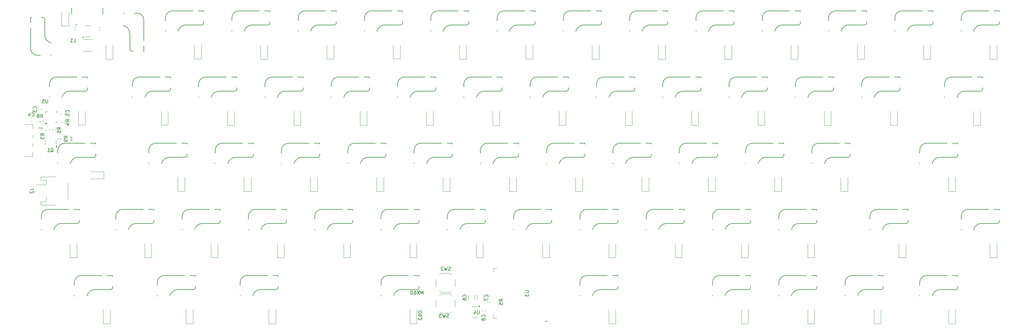
<source format=gbr>
%TF.GenerationSoftware,KiCad,Pcbnew,9.0.1*%
%TF.CreationDate,2025-05-13T23:50:47+09:00*%
%TF.ProjectId,H360,48333630-2e6b-4696-9361-645f70636258,rev?*%
%TF.SameCoordinates,Original*%
%TF.FileFunction,Legend,Bot*%
%TF.FilePolarity,Positive*%
%FSLAX46Y46*%
G04 Gerber Fmt 4.6, Leading zero omitted, Abs format (unit mm)*
G04 Created by KiCad (PCBNEW 9.0.1) date 2025-05-13 23:50:47*
%MOMM*%
%LPD*%
G01*
G04 APERTURE LIST*
%ADD10C,0.150000*%
%ADD11C,0.125000*%
%ADD12C,0.120000*%
%ADD13C,0.127000*%
%ADD14C,0.200000*%
G04 APERTURE END LIST*
D10*
X75704819Y-141083333D02*
X75228628Y-140750000D01*
X75704819Y-140511905D02*
X74704819Y-140511905D01*
X74704819Y-140511905D02*
X74704819Y-140892857D01*
X74704819Y-140892857D02*
X74752438Y-140988095D01*
X74752438Y-140988095D02*
X74800057Y-141035714D01*
X74800057Y-141035714D02*
X74895295Y-141083333D01*
X74895295Y-141083333D02*
X75038152Y-141083333D01*
X75038152Y-141083333D02*
X75133390Y-141035714D01*
X75133390Y-141035714D02*
X75181009Y-140988095D01*
X75181009Y-140988095D02*
X75228628Y-140892857D01*
X75228628Y-140892857D02*
X75228628Y-140511905D01*
X74704819Y-141416667D02*
X74704819Y-142035714D01*
X74704819Y-142035714D02*
X75085771Y-141702381D01*
X75085771Y-141702381D02*
X75085771Y-141845238D01*
X75085771Y-141845238D02*
X75133390Y-141940476D01*
X75133390Y-141940476D02*
X75181009Y-141988095D01*
X75181009Y-141988095D02*
X75276247Y-142035714D01*
X75276247Y-142035714D02*
X75514342Y-142035714D01*
X75514342Y-142035714D02*
X75609580Y-141988095D01*
X75609580Y-141988095D02*
X75657200Y-141940476D01*
X75657200Y-141940476D02*
X75704819Y-141845238D01*
X75704819Y-141845238D02*
X75704819Y-141559524D01*
X75704819Y-141559524D02*
X75657200Y-141464286D01*
X75657200Y-141464286D02*
X75609580Y-141416667D01*
X203209580Y-187558333D02*
X203257200Y-187510714D01*
X203257200Y-187510714D02*
X203304819Y-187367857D01*
X203304819Y-187367857D02*
X203304819Y-187272619D01*
X203304819Y-187272619D02*
X203257200Y-187129762D01*
X203257200Y-187129762D02*
X203161961Y-187034524D01*
X203161961Y-187034524D02*
X203066723Y-186986905D01*
X203066723Y-186986905D02*
X202876247Y-186939286D01*
X202876247Y-186939286D02*
X202733390Y-186939286D01*
X202733390Y-186939286D02*
X202542914Y-186986905D01*
X202542914Y-186986905D02*
X202447676Y-187034524D01*
X202447676Y-187034524D02*
X202352438Y-187129762D01*
X202352438Y-187129762D02*
X202304819Y-187272619D01*
X202304819Y-187272619D02*
X202304819Y-187367857D01*
X202304819Y-187367857D02*
X202352438Y-187510714D01*
X202352438Y-187510714D02*
X202400057Y-187558333D01*
X202304819Y-187891667D02*
X202304819Y-188558333D01*
X202304819Y-188558333D02*
X203304819Y-188129762D01*
X196859580Y-187558333D02*
X196907200Y-187510714D01*
X196907200Y-187510714D02*
X196954819Y-187367857D01*
X196954819Y-187367857D02*
X196954819Y-187272619D01*
X196954819Y-187272619D02*
X196907200Y-187129762D01*
X196907200Y-187129762D02*
X196811961Y-187034524D01*
X196811961Y-187034524D02*
X196716723Y-186986905D01*
X196716723Y-186986905D02*
X196526247Y-186939286D01*
X196526247Y-186939286D02*
X196383390Y-186939286D01*
X196383390Y-186939286D02*
X196192914Y-186986905D01*
X196192914Y-186986905D02*
X196097676Y-187034524D01*
X196097676Y-187034524D02*
X196002438Y-187129762D01*
X196002438Y-187129762D02*
X195954819Y-187272619D01*
X195954819Y-187272619D02*
X195954819Y-187367857D01*
X195954819Y-187367857D02*
X196002438Y-187510714D01*
X196002438Y-187510714D02*
X196050057Y-187558333D01*
X195954819Y-188415476D02*
X195954819Y-188225000D01*
X195954819Y-188225000D02*
X196002438Y-188129762D01*
X196002438Y-188129762D02*
X196050057Y-188082143D01*
X196050057Y-188082143D02*
X196192914Y-187986905D01*
X196192914Y-187986905D02*
X196383390Y-187939286D01*
X196383390Y-187939286D02*
X196764342Y-187939286D01*
X196764342Y-187939286D02*
X196859580Y-187986905D01*
X196859580Y-187986905D02*
X196907200Y-188034524D01*
X196907200Y-188034524D02*
X196954819Y-188129762D01*
X196954819Y-188129762D02*
X196954819Y-188320238D01*
X196954819Y-188320238D02*
X196907200Y-188415476D01*
X196907200Y-188415476D02*
X196859580Y-188463095D01*
X196859580Y-188463095D02*
X196764342Y-188510714D01*
X196764342Y-188510714D02*
X196526247Y-188510714D01*
X196526247Y-188510714D02*
X196431009Y-188463095D01*
X196431009Y-188463095D02*
X196383390Y-188415476D01*
X196383390Y-188415476D02*
X196335771Y-188320238D01*
X196335771Y-188320238D02*
X196335771Y-188129762D01*
X196335771Y-188129762D02*
X196383390Y-188034524D01*
X196383390Y-188034524D02*
X196431009Y-187986905D01*
X196431009Y-187986905D02*
X196526247Y-187939286D01*
X82859580Y-134417753D02*
X82907200Y-134370134D01*
X82907200Y-134370134D02*
X82954819Y-134227277D01*
X82954819Y-134227277D02*
X82954819Y-134132039D01*
X82954819Y-134132039D02*
X82907200Y-133989182D01*
X82907200Y-133989182D02*
X82811961Y-133893944D01*
X82811961Y-133893944D02*
X82716723Y-133846325D01*
X82716723Y-133846325D02*
X82526247Y-133798706D01*
X82526247Y-133798706D02*
X82383390Y-133798706D01*
X82383390Y-133798706D02*
X82192914Y-133846325D01*
X82192914Y-133846325D02*
X82097676Y-133893944D01*
X82097676Y-133893944D02*
X82002438Y-133989182D01*
X82002438Y-133989182D02*
X81954819Y-134132039D01*
X81954819Y-134132039D02*
X81954819Y-134227277D01*
X81954819Y-134227277D02*
X82002438Y-134370134D01*
X82002438Y-134370134D02*
X82050057Y-134417753D01*
X81954819Y-135322515D02*
X81954819Y-134846325D01*
X81954819Y-134846325D02*
X82431009Y-134798706D01*
X82431009Y-134798706D02*
X82383390Y-134846325D01*
X82383390Y-134846325D02*
X82335771Y-134941563D01*
X82335771Y-134941563D02*
X82335771Y-135179658D01*
X82335771Y-135179658D02*
X82383390Y-135274896D01*
X82383390Y-135274896D02*
X82431009Y-135322515D01*
X82431009Y-135322515D02*
X82526247Y-135370134D01*
X82526247Y-135370134D02*
X82764342Y-135370134D01*
X82764342Y-135370134D02*
X82859580Y-135322515D01*
X82859580Y-135322515D02*
X82907200Y-135274896D01*
X82907200Y-135274896D02*
X82954819Y-135179658D01*
X82954819Y-135179658D02*
X82954819Y-134941563D01*
X82954819Y-134941563D02*
X82907200Y-134846325D01*
X82907200Y-134846325D02*
X82859580Y-134798706D01*
X72166666Y-135429580D02*
X72214285Y-135477200D01*
X72214285Y-135477200D02*
X72357142Y-135524819D01*
X72357142Y-135524819D02*
X72452380Y-135524819D01*
X72452380Y-135524819D02*
X72595237Y-135477200D01*
X72595237Y-135477200D02*
X72690475Y-135381961D01*
X72690475Y-135381961D02*
X72738094Y-135286723D01*
X72738094Y-135286723D02*
X72785713Y-135096247D01*
X72785713Y-135096247D02*
X72785713Y-134953390D01*
X72785713Y-134953390D02*
X72738094Y-134762914D01*
X72738094Y-134762914D02*
X72690475Y-134667676D01*
X72690475Y-134667676D02*
X72595237Y-134572438D01*
X72595237Y-134572438D02*
X72452380Y-134524819D01*
X72452380Y-134524819D02*
X72357142Y-134524819D01*
X72357142Y-134524819D02*
X72214285Y-134572438D01*
X72214285Y-134572438D02*
X72166666Y-134620057D01*
X71309523Y-134858152D02*
X71309523Y-135524819D01*
X71547618Y-134477200D02*
X71785713Y-135191485D01*
X71785713Y-135191485D02*
X71166666Y-135191485D01*
X73429580Y-133333333D02*
X73477200Y-133285714D01*
X73477200Y-133285714D02*
X73524819Y-133142857D01*
X73524819Y-133142857D02*
X73524819Y-133047619D01*
X73524819Y-133047619D02*
X73477200Y-132904762D01*
X73477200Y-132904762D02*
X73381961Y-132809524D01*
X73381961Y-132809524D02*
X73286723Y-132761905D01*
X73286723Y-132761905D02*
X73096247Y-132714286D01*
X73096247Y-132714286D02*
X72953390Y-132714286D01*
X72953390Y-132714286D02*
X72762914Y-132761905D01*
X72762914Y-132761905D02*
X72667676Y-132809524D01*
X72667676Y-132809524D02*
X72572438Y-132904762D01*
X72572438Y-132904762D02*
X72524819Y-133047619D01*
X72524819Y-133047619D02*
X72524819Y-133142857D01*
X72524819Y-133142857D02*
X72572438Y-133285714D01*
X72572438Y-133285714D02*
X72620057Y-133333333D01*
X72524819Y-133666667D02*
X72524819Y-134285714D01*
X72524819Y-134285714D02*
X72905771Y-133952381D01*
X72905771Y-133952381D02*
X72905771Y-134095238D01*
X72905771Y-134095238D02*
X72953390Y-134190476D01*
X72953390Y-134190476D02*
X73001009Y-134238095D01*
X73001009Y-134238095D02*
X73096247Y-134285714D01*
X73096247Y-134285714D02*
X73334342Y-134285714D01*
X73334342Y-134285714D02*
X73429580Y-134238095D01*
X73429580Y-134238095D02*
X73477200Y-134190476D01*
X73477200Y-134190476D02*
X73524819Y-134095238D01*
X73524819Y-134095238D02*
X73524819Y-133809524D01*
X73524819Y-133809524D02*
X73477200Y-133714286D01*
X73477200Y-133714286D02*
X73429580Y-133666667D01*
D11*
X74833333Y-139224809D02*
X74999999Y-138986714D01*
X75119047Y-139224809D02*
X75119047Y-138724809D01*
X75119047Y-138724809D02*
X74928571Y-138724809D01*
X74928571Y-138724809D02*
X74880952Y-138748619D01*
X74880952Y-138748619D02*
X74857142Y-138772428D01*
X74857142Y-138772428D02*
X74833333Y-138820047D01*
X74833333Y-138820047D02*
X74833333Y-138891476D01*
X74833333Y-138891476D02*
X74857142Y-138939095D01*
X74857142Y-138939095D02*
X74880952Y-138962904D01*
X74880952Y-138962904D02*
X74928571Y-138986714D01*
X74928571Y-138986714D02*
X75119047Y-138986714D01*
X74666666Y-138724809D02*
X74333333Y-138724809D01*
X74333333Y-138724809D02*
X74547618Y-139224809D01*
D10*
X213954819Y-185738095D02*
X214764342Y-185738095D01*
X214764342Y-185738095D02*
X214859580Y-185785714D01*
X214859580Y-185785714D02*
X214907200Y-185833333D01*
X214907200Y-185833333D02*
X214954819Y-185928571D01*
X214954819Y-185928571D02*
X214954819Y-186119047D01*
X214954819Y-186119047D02*
X214907200Y-186214285D01*
X214907200Y-186214285D02*
X214859580Y-186261904D01*
X214859580Y-186261904D02*
X214764342Y-186309523D01*
X214764342Y-186309523D02*
X213954819Y-186309523D01*
X213954819Y-186690476D02*
X213954819Y-187309523D01*
X213954819Y-187309523D02*
X214335771Y-186976190D01*
X214335771Y-186976190D02*
X214335771Y-187119047D01*
X214335771Y-187119047D02*
X214383390Y-187214285D01*
X214383390Y-187214285D02*
X214431009Y-187261904D01*
X214431009Y-187261904D02*
X214526247Y-187309523D01*
X214526247Y-187309523D02*
X214764342Y-187309523D01*
X214764342Y-187309523D02*
X214859580Y-187261904D01*
X214859580Y-187261904D02*
X214907200Y-187214285D01*
X214907200Y-187214285D02*
X214954819Y-187119047D01*
X214954819Y-187119047D02*
X214954819Y-186833333D01*
X214954819Y-186833333D02*
X214907200Y-186738095D01*
X214907200Y-186738095D02*
X214859580Y-186690476D01*
X191955826Y-193407200D02*
X191812969Y-193454819D01*
X191812969Y-193454819D02*
X191574874Y-193454819D01*
X191574874Y-193454819D02*
X191479636Y-193407200D01*
X191479636Y-193407200D02*
X191432017Y-193359580D01*
X191432017Y-193359580D02*
X191384398Y-193264342D01*
X191384398Y-193264342D02*
X191384398Y-193169104D01*
X191384398Y-193169104D02*
X191432017Y-193073866D01*
X191432017Y-193073866D02*
X191479636Y-193026247D01*
X191479636Y-193026247D02*
X191574874Y-192978628D01*
X191574874Y-192978628D02*
X191765350Y-192931009D01*
X191765350Y-192931009D02*
X191860588Y-192883390D01*
X191860588Y-192883390D02*
X191908207Y-192835771D01*
X191908207Y-192835771D02*
X191955826Y-192740533D01*
X191955826Y-192740533D02*
X191955826Y-192645295D01*
X191955826Y-192645295D02*
X191908207Y-192550057D01*
X191908207Y-192550057D02*
X191860588Y-192502438D01*
X191860588Y-192502438D02*
X191765350Y-192454819D01*
X191765350Y-192454819D02*
X191527255Y-192454819D01*
X191527255Y-192454819D02*
X191384398Y-192502438D01*
X191051064Y-192454819D02*
X190812969Y-193454819D01*
X190812969Y-193454819D02*
X190622493Y-192740533D01*
X190622493Y-192740533D02*
X190432017Y-193454819D01*
X190432017Y-193454819D02*
X190193922Y-192454819D01*
X189908207Y-192454819D02*
X189289160Y-192454819D01*
X189289160Y-192454819D02*
X189622493Y-192835771D01*
X189622493Y-192835771D02*
X189479636Y-192835771D01*
X189479636Y-192835771D02*
X189384398Y-192883390D01*
X189384398Y-192883390D02*
X189336779Y-192931009D01*
X189336779Y-192931009D02*
X189289160Y-193026247D01*
X189289160Y-193026247D02*
X189289160Y-193264342D01*
X189289160Y-193264342D02*
X189336779Y-193359580D01*
X189336779Y-193359580D02*
X189384398Y-193407200D01*
X189384398Y-193407200D02*
X189479636Y-193454819D01*
X189479636Y-193454819D02*
X189765350Y-193454819D01*
X189765350Y-193454819D02*
X189860588Y-193407200D01*
X189860588Y-193407200D02*
X189908207Y-193359580D01*
X192455826Y-179907200D02*
X192312969Y-179954819D01*
X192312969Y-179954819D02*
X192074874Y-179954819D01*
X192074874Y-179954819D02*
X191979636Y-179907200D01*
X191979636Y-179907200D02*
X191932017Y-179859580D01*
X191932017Y-179859580D02*
X191884398Y-179764342D01*
X191884398Y-179764342D02*
X191884398Y-179669104D01*
X191884398Y-179669104D02*
X191932017Y-179573866D01*
X191932017Y-179573866D02*
X191979636Y-179526247D01*
X191979636Y-179526247D02*
X192074874Y-179478628D01*
X192074874Y-179478628D02*
X192265350Y-179431009D01*
X192265350Y-179431009D02*
X192360588Y-179383390D01*
X192360588Y-179383390D02*
X192408207Y-179335771D01*
X192408207Y-179335771D02*
X192455826Y-179240533D01*
X192455826Y-179240533D02*
X192455826Y-179145295D01*
X192455826Y-179145295D02*
X192408207Y-179050057D01*
X192408207Y-179050057D02*
X192360588Y-179002438D01*
X192360588Y-179002438D02*
X192265350Y-178954819D01*
X192265350Y-178954819D02*
X192027255Y-178954819D01*
X192027255Y-178954819D02*
X191884398Y-179002438D01*
X191551064Y-178954819D02*
X191312969Y-179954819D01*
X191312969Y-179954819D02*
X191122493Y-179240533D01*
X191122493Y-179240533D02*
X190932017Y-179954819D01*
X190932017Y-179954819D02*
X190693922Y-178954819D01*
X190360588Y-179050057D02*
X190312969Y-179002438D01*
X190312969Y-179002438D02*
X190217731Y-178954819D01*
X190217731Y-178954819D02*
X189979636Y-178954819D01*
X189979636Y-178954819D02*
X189884398Y-179002438D01*
X189884398Y-179002438D02*
X189836779Y-179050057D01*
X189836779Y-179050057D02*
X189789160Y-179145295D01*
X189789160Y-179145295D02*
X189789160Y-179240533D01*
X189789160Y-179240533D02*
X189836779Y-179383390D01*
X189836779Y-179383390D02*
X190408207Y-179954819D01*
X190408207Y-179954819D02*
X189789160Y-179954819D01*
X184223569Y-191666964D02*
X183223569Y-191666964D01*
X183223569Y-191666964D02*
X183223569Y-191905059D01*
X183223569Y-191905059D02*
X183271188Y-192047916D01*
X183271188Y-192047916D02*
X183366426Y-192143154D01*
X183366426Y-192143154D02*
X183461664Y-192190773D01*
X183461664Y-192190773D02*
X183652140Y-192238392D01*
X183652140Y-192238392D02*
X183794997Y-192238392D01*
X183794997Y-192238392D02*
X183985473Y-192190773D01*
X183985473Y-192190773D02*
X184080711Y-192143154D01*
X184080711Y-192143154D02*
X184175950Y-192047916D01*
X184175950Y-192047916D02*
X184223569Y-191905059D01*
X184223569Y-191905059D02*
X184223569Y-191666964D01*
X183223569Y-193095535D02*
X183223569Y-192905059D01*
X183223569Y-192905059D02*
X183271188Y-192809821D01*
X183271188Y-192809821D02*
X183318807Y-192762202D01*
X183318807Y-192762202D02*
X183461664Y-192666964D01*
X183461664Y-192666964D02*
X183652140Y-192619345D01*
X183652140Y-192619345D02*
X184033092Y-192619345D01*
X184033092Y-192619345D02*
X184128330Y-192666964D01*
X184128330Y-192666964D02*
X184175950Y-192714583D01*
X184175950Y-192714583D02*
X184223569Y-192809821D01*
X184223569Y-192809821D02*
X184223569Y-193000297D01*
X184223569Y-193000297D02*
X184175950Y-193095535D01*
X184175950Y-193095535D02*
X184128330Y-193143154D01*
X184128330Y-193143154D02*
X184033092Y-193190773D01*
X184033092Y-193190773D02*
X183794997Y-193190773D01*
X183794997Y-193190773D02*
X183699759Y-193143154D01*
X183699759Y-193143154D02*
X183652140Y-193095535D01*
X183652140Y-193095535D02*
X183604521Y-193000297D01*
X183604521Y-193000297D02*
X183604521Y-192809821D01*
X183604521Y-192809821D02*
X183652140Y-192714583D01*
X183652140Y-192714583D02*
X183699759Y-192666964D01*
X183699759Y-192666964D02*
X183794997Y-192619345D01*
X183318807Y-193571726D02*
X183271188Y-193619345D01*
X183271188Y-193619345D02*
X183223569Y-193714583D01*
X183223569Y-193714583D02*
X183223569Y-193952678D01*
X183223569Y-193952678D02*
X183271188Y-194047916D01*
X183271188Y-194047916D02*
X183318807Y-194095535D01*
X183318807Y-194095535D02*
X183414045Y-194143154D01*
X183414045Y-194143154D02*
X183509283Y-194143154D01*
X183509283Y-194143154D02*
X183652140Y-194095535D01*
X183652140Y-194095535D02*
X184223569Y-193524107D01*
X184223569Y-193524107D02*
X184223569Y-194143154D01*
X200761904Y-191454819D02*
X200761904Y-192264342D01*
X200761904Y-192264342D02*
X200714285Y-192359580D01*
X200714285Y-192359580D02*
X200666666Y-192407200D01*
X200666666Y-192407200D02*
X200571428Y-192454819D01*
X200571428Y-192454819D02*
X200380952Y-192454819D01*
X200380952Y-192454819D02*
X200285714Y-192407200D01*
X200285714Y-192407200D02*
X200238095Y-192359580D01*
X200238095Y-192359580D02*
X200190476Y-192264342D01*
X200190476Y-192264342D02*
X200190476Y-191454819D01*
X199285714Y-191788152D02*
X199285714Y-192454819D01*
X199523809Y-191407200D02*
X199761904Y-192121485D01*
X199761904Y-192121485D02*
X199142857Y-192121485D01*
X84166666Y-114124819D02*
X84642856Y-114124819D01*
X84642856Y-114124819D02*
X84642856Y-113124819D01*
X83309523Y-114124819D02*
X83880951Y-114124819D01*
X83595237Y-114124819D02*
X83595237Y-113124819D01*
X83595237Y-113124819D02*
X83690475Y-113267676D01*
X83690475Y-113267676D02*
X83785713Y-113362914D01*
X83785713Y-113362914D02*
X83880951Y-113410533D01*
X80454819Y-139333333D02*
X79978628Y-139000000D01*
X80454819Y-138761905D02*
X79454819Y-138761905D01*
X79454819Y-138761905D02*
X79454819Y-139142857D01*
X79454819Y-139142857D02*
X79502438Y-139238095D01*
X79502438Y-139238095D02*
X79550057Y-139285714D01*
X79550057Y-139285714D02*
X79645295Y-139333333D01*
X79645295Y-139333333D02*
X79788152Y-139333333D01*
X79788152Y-139333333D02*
X79883390Y-139285714D01*
X79883390Y-139285714D02*
X79931009Y-139238095D01*
X79931009Y-139238095D02*
X79978628Y-139142857D01*
X79978628Y-139142857D02*
X79978628Y-138761905D01*
X79454819Y-140190476D02*
X79454819Y-140000000D01*
X79454819Y-140000000D02*
X79502438Y-139904762D01*
X79502438Y-139904762D02*
X79550057Y-139857143D01*
X79550057Y-139857143D02*
X79692914Y-139761905D01*
X79692914Y-139761905D02*
X79883390Y-139714286D01*
X79883390Y-139714286D02*
X80264342Y-139714286D01*
X80264342Y-139714286D02*
X80359580Y-139761905D01*
X80359580Y-139761905D02*
X80407200Y-139809524D01*
X80407200Y-139809524D02*
X80454819Y-139904762D01*
X80454819Y-139904762D02*
X80454819Y-140095238D01*
X80454819Y-140095238D02*
X80407200Y-140190476D01*
X80407200Y-140190476D02*
X80359580Y-140238095D01*
X80359580Y-140238095D02*
X80264342Y-140285714D01*
X80264342Y-140285714D02*
X80026247Y-140285714D01*
X80026247Y-140285714D02*
X79931009Y-140238095D01*
X79931009Y-140238095D02*
X79883390Y-140190476D01*
X79883390Y-140190476D02*
X79835771Y-140095238D01*
X79835771Y-140095238D02*
X79835771Y-139904762D01*
X79835771Y-139904762D02*
X79883390Y-139809524D01*
X79883390Y-139809524D02*
X79931009Y-139761905D01*
X79931009Y-139761905D02*
X80026247Y-139714286D01*
X82954819Y-137083333D02*
X82478628Y-136750000D01*
X82954819Y-136511905D02*
X81954819Y-136511905D01*
X81954819Y-136511905D02*
X81954819Y-136892857D01*
X81954819Y-136892857D02*
X82002438Y-136988095D01*
X82002438Y-136988095D02*
X82050057Y-137035714D01*
X82050057Y-137035714D02*
X82145295Y-137083333D01*
X82145295Y-137083333D02*
X82288152Y-137083333D01*
X82288152Y-137083333D02*
X82383390Y-137035714D01*
X82383390Y-137035714D02*
X82431009Y-136988095D01*
X82431009Y-136988095D02*
X82478628Y-136892857D01*
X82478628Y-136892857D02*
X82478628Y-136511905D01*
X82288152Y-137940476D02*
X82954819Y-137940476D01*
X81907200Y-137702381D02*
X82621485Y-137464286D01*
X82621485Y-137464286D02*
X82621485Y-138083333D01*
X202359580Y-193333333D02*
X202407200Y-193285714D01*
X202407200Y-193285714D02*
X202454819Y-193142857D01*
X202454819Y-193142857D02*
X202454819Y-193047619D01*
X202454819Y-193047619D02*
X202407200Y-192904762D01*
X202407200Y-192904762D02*
X202311961Y-192809524D01*
X202311961Y-192809524D02*
X202216723Y-192761905D01*
X202216723Y-192761905D02*
X202026247Y-192714286D01*
X202026247Y-192714286D02*
X201883390Y-192714286D01*
X201883390Y-192714286D02*
X201692914Y-192761905D01*
X201692914Y-192761905D02*
X201597676Y-192809524D01*
X201597676Y-192809524D02*
X201502438Y-192904762D01*
X201502438Y-192904762D02*
X201454819Y-193047619D01*
X201454819Y-193047619D02*
X201454819Y-193142857D01*
X201454819Y-193142857D02*
X201502438Y-193285714D01*
X201502438Y-193285714D02*
X201550057Y-193333333D01*
X201883390Y-193904762D02*
X201835771Y-193809524D01*
X201835771Y-193809524D02*
X201788152Y-193761905D01*
X201788152Y-193761905D02*
X201692914Y-193714286D01*
X201692914Y-193714286D02*
X201645295Y-193714286D01*
X201645295Y-193714286D02*
X201550057Y-193761905D01*
X201550057Y-193761905D02*
X201502438Y-193809524D01*
X201502438Y-193809524D02*
X201454819Y-193904762D01*
X201454819Y-193904762D02*
X201454819Y-194095238D01*
X201454819Y-194095238D02*
X201502438Y-194190476D01*
X201502438Y-194190476D02*
X201550057Y-194238095D01*
X201550057Y-194238095D02*
X201645295Y-194285714D01*
X201645295Y-194285714D02*
X201692914Y-194285714D01*
X201692914Y-194285714D02*
X201788152Y-194238095D01*
X201788152Y-194238095D02*
X201835771Y-194190476D01*
X201835771Y-194190476D02*
X201883390Y-194095238D01*
X201883390Y-194095238D02*
X201883390Y-193904762D01*
X201883390Y-193904762D02*
X201931009Y-193809524D01*
X201931009Y-193809524D02*
X201978628Y-193761905D01*
X201978628Y-193761905D02*
X202073866Y-193714286D01*
X202073866Y-193714286D02*
X202264342Y-193714286D01*
X202264342Y-193714286D02*
X202359580Y-193761905D01*
X202359580Y-193761905D02*
X202407200Y-193809524D01*
X202407200Y-193809524D02*
X202454819Y-193904762D01*
X202454819Y-193904762D02*
X202454819Y-194095238D01*
X202454819Y-194095238D02*
X202407200Y-194190476D01*
X202407200Y-194190476D02*
X202359580Y-194238095D01*
X202359580Y-194238095D02*
X202264342Y-194285714D01*
X202264342Y-194285714D02*
X202073866Y-194285714D01*
X202073866Y-194285714D02*
X201978628Y-194238095D01*
X201978628Y-194238095D02*
X201931009Y-194190476D01*
X201931009Y-194190476D02*
X201883390Y-194095238D01*
X207454819Y-188833333D02*
X206978628Y-188500000D01*
X207454819Y-188261905D02*
X206454819Y-188261905D01*
X206454819Y-188261905D02*
X206454819Y-188642857D01*
X206454819Y-188642857D02*
X206502438Y-188738095D01*
X206502438Y-188738095D02*
X206550057Y-188785714D01*
X206550057Y-188785714D02*
X206645295Y-188833333D01*
X206645295Y-188833333D02*
X206788152Y-188833333D01*
X206788152Y-188833333D02*
X206883390Y-188785714D01*
X206883390Y-188785714D02*
X206931009Y-188738095D01*
X206931009Y-188738095D02*
X206978628Y-188642857D01*
X206978628Y-188642857D02*
X206978628Y-188261905D01*
X206454819Y-189738095D02*
X206454819Y-189261905D01*
X206454819Y-189261905D02*
X206931009Y-189214286D01*
X206931009Y-189214286D02*
X206883390Y-189261905D01*
X206883390Y-189261905D02*
X206835771Y-189357143D01*
X206835771Y-189357143D02*
X206835771Y-189595238D01*
X206835771Y-189595238D02*
X206883390Y-189690476D01*
X206883390Y-189690476D02*
X206931009Y-189738095D01*
X206931009Y-189738095D02*
X207026247Y-189785714D01*
X207026247Y-189785714D02*
X207264342Y-189785714D01*
X207264342Y-189785714D02*
X207359580Y-189738095D01*
X207359580Y-189738095D02*
X207407200Y-189690476D01*
X207407200Y-189690476D02*
X207454819Y-189595238D01*
X207454819Y-189595238D02*
X207454819Y-189357143D01*
X207454819Y-189357143D02*
X207407200Y-189261905D01*
X207407200Y-189261905D02*
X207359580Y-189214286D01*
X184605654Y-186823569D02*
X184605654Y-185823569D01*
X184605654Y-185823569D02*
X184272321Y-186537854D01*
X184272321Y-186537854D02*
X183938988Y-185823569D01*
X183938988Y-185823569D02*
X183938988Y-186823569D01*
X183558035Y-185823569D02*
X182891369Y-186823569D01*
X182891369Y-185823569D02*
X183558035Y-186823569D01*
X182081845Y-185823569D02*
X182272321Y-185823569D01*
X182272321Y-185823569D02*
X182367559Y-185871188D01*
X182367559Y-185871188D02*
X182415178Y-185918807D01*
X182415178Y-185918807D02*
X182510416Y-186061664D01*
X182510416Y-186061664D02*
X182558035Y-186252140D01*
X182558035Y-186252140D02*
X182558035Y-186633092D01*
X182558035Y-186633092D02*
X182510416Y-186728330D01*
X182510416Y-186728330D02*
X182462797Y-186775950D01*
X182462797Y-186775950D02*
X182367559Y-186823569D01*
X182367559Y-186823569D02*
X182177083Y-186823569D01*
X182177083Y-186823569D02*
X182081845Y-186775950D01*
X182081845Y-186775950D02*
X182034226Y-186728330D01*
X182034226Y-186728330D02*
X181986607Y-186633092D01*
X181986607Y-186633092D02*
X181986607Y-186394997D01*
X181986607Y-186394997D02*
X182034226Y-186299759D01*
X182034226Y-186299759D02*
X182081845Y-186252140D01*
X182081845Y-186252140D02*
X182177083Y-186204521D01*
X182177083Y-186204521D02*
X182367559Y-186204521D01*
X182367559Y-186204521D02*
X182462797Y-186252140D01*
X182462797Y-186252140D02*
X182510416Y-186299759D01*
X182510416Y-186299759D02*
X182558035Y-186394997D01*
X181367559Y-185823569D02*
X181272321Y-185823569D01*
X181272321Y-185823569D02*
X181177083Y-185871188D01*
X181177083Y-185871188D02*
X181129464Y-185918807D01*
X181129464Y-185918807D02*
X181081845Y-186014045D01*
X181081845Y-186014045D02*
X181034226Y-186204521D01*
X181034226Y-186204521D02*
X181034226Y-186442616D01*
X181034226Y-186442616D02*
X181081845Y-186633092D01*
X181081845Y-186633092D02*
X181129464Y-186728330D01*
X181129464Y-186728330D02*
X181177083Y-186775950D01*
X181177083Y-186775950D02*
X181272321Y-186823569D01*
X181272321Y-186823569D02*
X181367559Y-186823569D01*
X181367559Y-186823569D02*
X181462797Y-186775950D01*
X181462797Y-186775950D02*
X181510416Y-186728330D01*
X181510416Y-186728330D02*
X181558035Y-186633092D01*
X181558035Y-186633092D02*
X181605654Y-186442616D01*
X181605654Y-186442616D02*
X181605654Y-186204521D01*
X181605654Y-186204521D02*
X181558035Y-186014045D01*
X181558035Y-186014045D02*
X181510416Y-185918807D01*
X181510416Y-185918807D02*
X181462797Y-185871188D01*
X181462797Y-185871188D02*
X181367559Y-185823569D01*
X76761904Y-130704819D02*
X76761904Y-131514342D01*
X76761904Y-131514342D02*
X76714285Y-131609580D01*
X76714285Y-131609580D02*
X76666666Y-131657200D01*
X76666666Y-131657200D02*
X76571428Y-131704819D01*
X76571428Y-131704819D02*
X76380952Y-131704819D01*
X76380952Y-131704819D02*
X76285714Y-131657200D01*
X76285714Y-131657200D02*
X76238095Y-131609580D01*
X76238095Y-131609580D02*
X76190476Y-131514342D01*
X76190476Y-131514342D02*
X76190476Y-130704819D01*
X75238095Y-130704819D02*
X75714285Y-130704819D01*
X75714285Y-130704819D02*
X75761904Y-131181009D01*
X75761904Y-131181009D02*
X75714285Y-131133390D01*
X75714285Y-131133390D02*
X75619047Y-131085771D01*
X75619047Y-131085771D02*
X75380952Y-131085771D01*
X75380952Y-131085771D02*
X75285714Y-131133390D01*
X75285714Y-131133390D02*
X75238095Y-131181009D01*
X75238095Y-131181009D02*
X75190476Y-131276247D01*
X75190476Y-131276247D02*
X75190476Y-131514342D01*
X75190476Y-131514342D02*
X75238095Y-131609580D01*
X75238095Y-131609580D02*
X75285714Y-131657200D01*
X75285714Y-131657200D02*
X75380952Y-131704819D01*
X75380952Y-131704819D02*
X75619047Y-131704819D01*
X75619047Y-131704819D02*
X75714285Y-131657200D01*
X75714285Y-131657200D02*
X75761904Y-131609580D01*
X82454819Y-141833333D02*
X81978628Y-141500000D01*
X82454819Y-141261905D02*
X81454819Y-141261905D01*
X81454819Y-141261905D02*
X81454819Y-141642857D01*
X81454819Y-141642857D02*
X81502438Y-141738095D01*
X81502438Y-141738095D02*
X81550057Y-141785714D01*
X81550057Y-141785714D02*
X81645295Y-141833333D01*
X81645295Y-141833333D02*
X81788152Y-141833333D01*
X81788152Y-141833333D02*
X81883390Y-141785714D01*
X81883390Y-141785714D02*
X81931009Y-141738095D01*
X81931009Y-141738095D02*
X81978628Y-141642857D01*
X81978628Y-141642857D02*
X81978628Y-141261905D01*
X82454819Y-142309524D02*
X82454819Y-142500000D01*
X82454819Y-142500000D02*
X82407200Y-142595238D01*
X82407200Y-142595238D02*
X82359580Y-142642857D01*
X82359580Y-142642857D02*
X82216723Y-142738095D01*
X82216723Y-142738095D02*
X82026247Y-142785714D01*
X82026247Y-142785714D02*
X81645295Y-142785714D01*
X81645295Y-142785714D02*
X81550057Y-142738095D01*
X81550057Y-142738095D02*
X81502438Y-142690476D01*
X81502438Y-142690476D02*
X81454819Y-142595238D01*
X81454819Y-142595238D02*
X81454819Y-142404762D01*
X81454819Y-142404762D02*
X81502438Y-142309524D01*
X81502438Y-142309524D02*
X81550057Y-142261905D01*
X81550057Y-142261905D02*
X81645295Y-142214286D01*
X81645295Y-142214286D02*
X81883390Y-142214286D01*
X81883390Y-142214286D02*
X81978628Y-142261905D01*
X81978628Y-142261905D02*
X82026247Y-142309524D01*
X82026247Y-142309524D02*
X82073866Y-142404762D01*
X82073866Y-142404762D02*
X82073866Y-142595238D01*
X82073866Y-142595238D02*
X82026247Y-142690476D01*
X82026247Y-142690476D02*
X81978628Y-142738095D01*
X81978628Y-142738095D02*
X81883390Y-142785714D01*
X77595238Y-145818587D02*
X77690476Y-145770968D01*
X77690476Y-145770968D02*
X77785714Y-145675730D01*
X77785714Y-145675730D02*
X77928571Y-145532872D01*
X77928571Y-145532872D02*
X78023809Y-145485253D01*
X78023809Y-145485253D02*
X78119047Y-145485253D01*
X78071428Y-145723349D02*
X78166666Y-145675730D01*
X78166666Y-145675730D02*
X78261904Y-145580491D01*
X78261904Y-145580491D02*
X78309523Y-145390015D01*
X78309523Y-145390015D02*
X78309523Y-145056682D01*
X78309523Y-145056682D02*
X78261904Y-144866206D01*
X78261904Y-144866206D02*
X78166666Y-144770968D01*
X78166666Y-144770968D02*
X78071428Y-144723349D01*
X78071428Y-144723349D02*
X77880952Y-144723349D01*
X77880952Y-144723349D02*
X77785714Y-144770968D01*
X77785714Y-144770968D02*
X77690476Y-144866206D01*
X77690476Y-144866206D02*
X77642857Y-145056682D01*
X77642857Y-145056682D02*
X77642857Y-145390015D01*
X77642857Y-145390015D02*
X77690476Y-145580491D01*
X77690476Y-145580491D02*
X77785714Y-145675730D01*
X77785714Y-145675730D02*
X77880952Y-145723349D01*
X77880952Y-145723349D02*
X78071428Y-145723349D01*
X76690476Y-145723349D02*
X77261904Y-145723349D01*
X76976190Y-145723349D02*
X76976190Y-144723349D01*
X76976190Y-144723349D02*
X77071428Y-144866206D01*
X77071428Y-144866206D02*
X77166666Y-144961444D01*
X77166666Y-144961444D02*
X77261904Y-145009063D01*
D11*
X83724809Y-141688571D02*
X83486714Y-141521905D01*
X83724809Y-141402857D02*
X83224809Y-141402857D01*
X83224809Y-141402857D02*
X83224809Y-141593333D01*
X83224809Y-141593333D02*
X83248619Y-141640952D01*
X83248619Y-141640952D02*
X83272428Y-141664762D01*
X83272428Y-141664762D02*
X83320047Y-141688571D01*
X83320047Y-141688571D02*
X83391476Y-141688571D01*
X83391476Y-141688571D02*
X83439095Y-141664762D01*
X83439095Y-141664762D02*
X83462904Y-141640952D01*
X83462904Y-141640952D02*
X83486714Y-141593333D01*
X83486714Y-141593333D02*
X83486714Y-141402857D01*
X83724809Y-142164762D02*
X83724809Y-141879048D01*
X83724809Y-142021905D02*
X83224809Y-142021905D01*
X83224809Y-142021905D02*
X83296238Y-141974286D01*
X83296238Y-141974286D02*
X83343857Y-141926667D01*
X83343857Y-141926667D02*
X83367666Y-141879048D01*
X83224809Y-142474285D02*
X83224809Y-142521904D01*
X83224809Y-142521904D02*
X83248619Y-142569523D01*
X83248619Y-142569523D02*
X83272428Y-142593333D01*
X83272428Y-142593333D02*
X83320047Y-142617142D01*
X83320047Y-142617142D02*
X83415285Y-142640952D01*
X83415285Y-142640952D02*
X83534333Y-142640952D01*
X83534333Y-142640952D02*
X83629571Y-142617142D01*
X83629571Y-142617142D02*
X83677190Y-142593333D01*
X83677190Y-142593333D02*
X83701000Y-142569523D01*
X83701000Y-142569523D02*
X83724809Y-142521904D01*
X83724809Y-142521904D02*
X83724809Y-142474285D01*
X83724809Y-142474285D02*
X83701000Y-142426666D01*
X83701000Y-142426666D02*
X83677190Y-142402857D01*
X83677190Y-142402857D02*
X83629571Y-142379047D01*
X83629571Y-142379047D02*
X83534333Y-142355238D01*
X83534333Y-142355238D02*
X83415285Y-142355238D01*
X83415285Y-142355238D02*
X83320047Y-142379047D01*
X83320047Y-142379047D02*
X83272428Y-142402857D01*
X83272428Y-142402857D02*
X83248619Y-142426666D01*
X83248619Y-142426666D02*
X83224809Y-142474285D01*
D10*
X74666666Y-135954819D02*
X74999999Y-135478628D01*
X75238094Y-135954819D02*
X75238094Y-134954819D01*
X75238094Y-134954819D02*
X74857142Y-134954819D01*
X74857142Y-134954819D02*
X74761904Y-135002438D01*
X74761904Y-135002438D02*
X74714285Y-135050057D01*
X74714285Y-135050057D02*
X74666666Y-135145295D01*
X74666666Y-135145295D02*
X74666666Y-135288152D01*
X74666666Y-135288152D02*
X74714285Y-135383390D01*
X74714285Y-135383390D02*
X74761904Y-135431009D01*
X74761904Y-135431009D02*
X74857142Y-135478628D01*
X74857142Y-135478628D02*
X75238094Y-135478628D01*
X74095237Y-135383390D02*
X74190475Y-135335771D01*
X74190475Y-135335771D02*
X74238094Y-135288152D01*
X74238094Y-135288152D02*
X74285713Y-135192914D01*
X74285713Y-135192914D02*
X74285713Y-135145295D01*
X74285713Y-135145295D02*
X74238094Y-135050057D01*
X74238094Y-135050057D02*
X74190475Y-135002438D01*
X74190475Y-135002438D02*
X74095237Y-134954819D01*
X74095237Y-134954819D02*
X73904761Y-134954819D01*
X73904761Y-134954819D02*
X73809523Y-135002438D01*
X73809523Y-135002438D02*
X73761904Y-135050057D01*
X73761904Y-135050057D02*
X73714285Y-135145295D01*
X73714285Y-135145295D02*
X73714285Y-135192914D01*
X73714285Y-135192914D02*
X73761904Y-135288152D01*
X73761904Y-135288152D02*
X73809523Y-135335771D01*
X73809523Y-135335771D02*
X73904761Y-135383390D01*
X73904761Y-135383390D02*
X74095237Y-135383390D01*
X74095237Y-135383390D02*
X74190475Y-135431009D01*
X74190475Y-135431009D02*
X74238094Y-135478628D01*
X74238094Y-135478628D02*
X74285713Y-135573866D01*
X74285713Y-135573866D02*
X74285713Y-135764342D01*
X74285713Y-135764342D02*
X74238094Y-135859580D01*
X74238094Y-135859580D02*
X74190475Y-135907200D01*
X74190475Y-135907200D02*
X74095237Y-135954819D01*
X74095237Y-135954819D02*
X73904761Y-135954819D01*
X73904761Y-135954819D02*
X73809523Y-135907200D01*
X73809523Y-135907200D02*
X73761904Y-135859580D01*
X73761904Y-135859580D02*
X73714285Y-135764342D01*
X73714285Y-135764342D02*
X73714285Y-135573866D01*
X73714285Y-135573866D02*
X73761904Y-135478628D01*
X73761904Y-135478628D02*
X73809523Y-135431009D01*
X73809523Y-135431009D02*
X73904761Y-135383390D01*
X71654819Y-156666666D02*
X72369104Y-156666666D01*
X72369104Y-156666666D02*
X72511961Y-156619047D01*
X72511961Y-156619047D02*
X72607200Y-156523809D01*
X72607200Y-156523809D02*
X72654819Y-156380952D01*
X72654819Y-156380952D02*
X72654819Y-156285714D01*
X71750057Y-157095238D02*
X71702438Y-157142857D01*
X71702438Y-157142857D02*
X71654819Y-157238095D01*
X71654819Y-157238095D02*
X71654819Y-157476190D01*
X71654819Y-157476190D02*
X71702438Y-157571428D01*
X71702438Y-157571428D02*
X71750057Y-157619047D01*
X71750057Y-157619047D02*
X71845295Y-157666666D01*
X71845295Y-157666666D02*
X71940533Y-157666666D01*
X71940533Y-157666666D02*
X72083390Y-157619047D01*
X72083390Y-157619047D02*
X72654819Y-157047619D01*
X72654819Y-157047619D02*
X72654819Y-157666666D01*
D12*
%TO.C,R3*%
X76227500Y-139262742D02*
X76227500Y-139737258D01*
X77272500Y-139262742D02*
X77272500Y-139737258D01*
%TO.C,C7*%
X201910000Y-188436252D02*
X201910000Y-187013748D01*
X200090000Y-188436252D02*
X200090000Y-187013748D01*
%TO.C,C6*%
X199410000Y-188436252D02*
X199410000Y-187013748D01*
X197590000Y-188436252D02*
X197590000Y-187013748D01*
%TO.C,C5*%
X80490000Y-134584420D02*
X80490000Y-134865580D01*
X81510000Y-134584420D02*
X81510000Y-134865580D01*
%TO.C,C4*%
X72140580Y-135990000D02*
X71859420Y-135990000D01*
X72140580Y-137010000D02*
X71859420Y-137010000D01*
%TO.C,C3*%
X73990000Y-133359420D02*
X73990000Y-133640580D01*
X75010000Y-133359420D02*
X75010000Y-133640580D01*
%TO.C,D49*%
X161718750Y-176191250D02*
X161718750Y-172181250D01*
X163718750Y-176191250D02*
X161718750Y-176191250D01*
X163718750Y-176191250D02*
X163718750Y-172181250D01*
%TO.C,R7*%
X74620000Y-136846359D02*
X74620000Y-137153641D01*
X75380000Y-136846359D02*
X75380000Y-137153641D01*
%TO.C,D60*%
X116475000Y-195241250D02*
X116475000Y-191231250D01*
X118475000Y-195241250D02*
X116475000Y-195241250D01*
X118475000Y-195241250D02*
X118475000Y-191231250D01*
D10*
%TO.C,MX21*%
X177271074Y-127018530D02*
X177271074Y-126218530D01*
X177271074Y-129868530D02*
X177271074Y-130108530D01*
X179271074Y-124218530D02*
X185171074Y-124218530D01*
X186671074Y-124218530D02*
X188221074Y-124218530D01*
X187721074Y-128268530D02*
X183156250Y-128268530D01*
X188221074Y-124218530D02*
X188221074Y-124448530D01*
X188221074Y-127298530D02*
X188221074Y-127768530D01*
X177271074Y-126218530D02*
G75*
G02*
X179271074Y-124218530I2000004J-4D01*
G01*
X180861928Y-130108530D02*
G75*
G02*
X183156250Y-128268530I2293456J-509332D01*
G01*
X188221074Y-127768530D02*
G75*
G02*
X187721074Y-128268530I-500001J1D01*
G01*
D12*
%TO.C,D45*%
X83137500Y-176191250D02*
X83137500Y-172181250D01*
X85137500Y-176191250D02*
X83137500Y-176191250D01*
X85137500Y-176191250D02*
X85137500Y-172181250D01*
%TO.C,D42*%
X285543750Y-157141250D02*
X285543750Y-153131250D01*
X287543750Y-157141250D02*
X285543750Y-157141250D01*
X287543750Y-157141250D02*
X287543750Y-153131250D01*
D10*
%TO.C,MX61*%
X229658574Y-184168530D02*
X229658574Y-183368530D01*
X229658574Y-187018530D02*
X229658574Y-187258530D01*
X231658574Y-181368530D02*
X237558574Y-181368530D01*
X239058574Y-181368530D02*
X240608574Y-181368530D01*
X240108574Y-185418530D02*
X235543750Y-185418530D01*
X240608574Y-181368530D02*
X240608574Y-181598530D01*
X240608574Y-184448530D02*
X240608574Y-184918530D01*
X229658574Y-183368530D02*
G75*
G02*
X231658574Y-181368530I2000004J-4D01*
G01*
X233249428Y-187258530D02*
G75*
G02*
X235543750Y-185418530I2293456J-509332D01*
G01*
X240608574Y-184918530D02*
G75*
G02*
X240108574Y-185418530I-500001J1D01*
G01*
%TO.C,MX9*%
X224896074Y-107968530D02*
X224896074Y-107168530D01*
X224896074Y-110818530D02*
X224896074Y-111058530D01*
X226896074Y-105168530D02*
X232796074Y-105168530D01*
X234296074Y-105168530D02*
X235846074Y-105168530D01*
X235346074Y-109218530D02*
X230781250Y-109218530D01*
X235846074Y-105168530D02*
X235846074Y-105398530D01*
X235846074Y-108248530D02*
X235846074Y-108718530D01*
X224896074Y-107168530D02*
G75*
G02*
X226896074Y-105168530I2000004J-4D01*
G01*
X228486928Y-111058530D02*
G75*
G02*
X230781250Y-109218530I2293456J-509332D01*
G01*
X235846074Y-108718530D02*
G75*
G02*
X235346074Y-109218530I-500001J1D01*
G01*
D12*
%TO.C,D6*%
X137906250Y-119041250D02*
X137906250Y-115031250D01*
X139906250Y-119041250D02*
X137906250Y-119041250D01*
X139906250Y-119041250D02*
X139906250Y-115031250D01*
D10*
%TO.C,MX5*%
X148696074Y-107968530D02*
X148696074Y-107168530D01*
X148696074Y-110818530D02*
X148696074Y-111058530D01*
X150696074Y-105168530D02*
X156596074Y-105168530D01*
X158096074Y-105168530D02*
X159646074Y-105168530D01*
X159146074Y-109218530D02*
X154581250Y-109218530D01*
X159646074Y-105168530D02*
X159646074Y-105398530D01*
X159646074Y-108248530D02*
X159646074Y-108718530D01*
X148696074Y-107168530D02*
G75*
G02*
X150696074Y-105168530I2000004J-4D01*
G01*
X152286928Y-111058530D02*
G75*
G02*
X154581250Y-109218530I2293456J-509332D01*
G01*
X159646074Y-108718530D02*
G75*
G02*
X159146074Y-109218530I-500001J1D01*
G01*
D12*
%TO.C,D5*%
X118856250Y-118978750D02*
X118856250Y-114968750D01*
X120856250Y-118978750D02*
X118856250Y-118978750D01*
X120856250Y-118978750D02*
X120856250Y-114968750D01*
D10*
%TO.C,MX26*%
X272521074Y-127018530D02*
X272521074Y-126218530D01*
X272521074Y-129868530D02*
X272521074Y-130108530D01*
X274521074Y-124218530D02*
X280421074Y-124218530D01*
X281921074Y-124218530D02*
X283471074Y-124218530D01*
X282971074Y-128268530D02*
X278406250Y-128268530D01*
X283471074Y-124218530D02*
X283471074Y-124448530D01*
X283471074Y-127298530D02*
X283471074Y-127768530D01*
X272521074Y-126218530D02*
G75*
G02*
X274521074Y-124218530I2000004J-4D01*
G01*
X276111928Y-130108530D02*
G75*
G02*
X278406250Y-128268530I2293456J-509332D01*
G01*
X283471074Y-127768530D02*
G75*
G02*
X282971074Y-128268530I-500001J1D01*
G01*
%TO.C,MX1*%
X71831030Y-107053926D02*
X72061030Y-107053926D01*
X71831030Y-108603926D02*
X71831030Y-107053926D01*
X71831030Y-116003926D02*
X71831030Y-110103926D01*
X74631030Y-118003926D02*
X73831030Y-118003926D01*
X74911030Y-107053926D02*
X75381030Y-107053926D01*
X75881030Y-107553926D02*
X75881030Y-112118750D01*
X77481030Y-118003926D02*
X77721030Y-118003926D01*
X73831030Y-118003926D02*
G75*
G02*
X71831030Y-116003926I4J2000004D01*
G01*
X75381030Y-107053926D02*
G75*
G02*
X75881030Y-107553926I-1J-500001D01*
G01*
X77721030Y-114413072D02*
G75*
G02*
X75881030Y-112118750I509332J2293456D01*
G01*
%TO.C,MX10*%
X243946074Y-107968530D02*
X243946074Y-107168530D01*
X243946074Y-110818530D02*
X243946074Y-111058530D01*
X245946074Y-105168530D02*
X251846074Y-105168530D01*
X253346074Y-105168530D02*
X254896074Y-105168530D01*
X254396074Y-109218530D02*
X249831250Y-109218530D01*
X254896074Y-105168530D02*
X254896074Y-105398530D01*
X254896074Y-108248530D02*
X254896074Y-108718530D01*
X243946074Y-107168530D02*
G75*
G02*
X245946074Y-105168530I2000004J-4D01*
G01*
X247536928Y-111058530D02*
G75*
G02*
X249831250Y-109218530I2293456J-509332D01*
G01*
X254896074Y-108718530D02*
G75*
G02*
X254396074Y-109218530I-500001J1D01*
G01*
%TO.C,MX19*%
X139171074Y-127018530D02*
X139171074Y-126218530D01*
X139171074Y-129868530D02*
X139171074Y-130108530D01*
X141171074Y-124218530D02*
X147071074Y-124218530D01*
X148571074Y-124218530D02*
X150121074Y-124218530D01*
X149621074Y-128268530D02*
X145056250Y-128268530D01*
X150121074Y-124218530D02*
X150121074Y-124448530D01*
X150121074Y-127298530D02*
X150121074Y-127768530D01*
X139171074Y-126218530D02*
G75*
G02*
X141171074Y-124218530I2000004J-4D01*
G01*
X142761928Y-130108530D02*
G75*
G02*
X145056250Y-128268530I2293456J-509332D01*
G01*
X150121074Y-127768530D02*
G75*
G02*
X149621074Y-128268530I-500001J1D01*
G01*
D12*
%TO.C,D47*%
X123618750Y-176191250D02*
X123618750Y-172181250D01*
X125618750Y-176191250D02*
X123618750Y-176191250D01*
X125618750Y-176191250D02*
X125618750Y-172181250D01*
%TO.C,D19*%
X109331250Y-138028750D02*
X109331250Y-134018750D01*
X111331250Y-138028750D02*
X109331250Y-138028750D01*
X111331250Y-138028750D02*
X111331250Y-134018750D01*
%TO.C,D55*%
X276018750Y-176191250D02*
X276018750Y-172181250D01*
X278018750Y-176191250D02*
X276018750Y-176191250D01*
X278018750Y-176191250D02*
X278018750Y-172181250D01*
%TO.C,U3*%
X204781000Y-180250000D02*
X204781000Y-179250000D01*
X204781000Y-192750000D02*
X204781000Y-193750000D01*
X205781000Y-179250000D02*
X204781000Y-179250000D01*
X205781000Y-193750000D02*
X204781000Y-193750000D01*
X220221000Y-194631892D02*
X219741000Y-194631892D01*
X219981000Y-194301892D01*
X220221000Y-194631892D01*
G36*
X220221000Y-194631892D02*
G01*
X219741000Y-194631892D01*
X219981000Y-194301892D01*
X220221000Y-194631892D01*
G37*
D10*
%TO.C,MX45*%
X115358574Y-165118530D02*
X115358574Y-164318530D01*
X115358574Y-167968530D02*
X115358574Y-168208530D01*
X117358574Y-162318530D02*
X123258574Y-162318530D01*
X124758574Y-162318530D02*
X126308574Y-162318530D01*
X125808574Y-166368530D02*
X121243750Y-166368530D01*
X126308574Y-162318530D02*
X126308574Y-162548530D01*
X126308574Y-165398530D02*
X126308574Y-165868530D01*
X115358574Y-164318530D02*
G75*
G02*
X117358574Y-162318530I2000004J-4D01*
G01*
X118949428Y-168208530D02*
G75*
G02*
X121243750Y-166368530I2293456J-509332D01*
G01*
X126308574Y-165868530D02*
G75*
G02*
X125808574Y-166368530I-500001J1D01*
G01*
D12*
%TO.C,U1*%
X88180000Y-109440000D02*
X87380000Y-109440000D01*
X88180000Y-109440000D02*
X88980000Y-109440000D01*
X88180000Y-112560000D02*
X87380000Y-112560000D01*
X88180000Y-112560000D02*
X88980000Y-112560000D01*
X87120000Y-112840000D02*
X86640000Y-112840000D01*
X86880000Y-112510000D01*
X87120000Y-112840000D01*
G36*
X87120000Y-112840000D02*
G01*
X86640000Y-112840000D01*
X86880000Y-112510000D01*
X87120000Y-112840000D01*
G37*
D10*
%TO.C,MX63*%
X286808574Y-184168530D02*
X286808574Y-183368530D01*
X286808574Y-187018530D02*
X286808574Y-187258530D01*
X288808574Y-181368530D02*
X294708574Y-181368530D01*
X296208574Y-181368530D02*
X297758574Y-181368530D01*
X297258574Y-185418530D02*
X292693750Y-185418530D01*
X297758574Y-181368530D02*
X297758574Y-181598530D01*
X297758574Y-184448530D02*
X297758574Y-184918530D01*
X286808574Y-183368530D02*
G75*
G02*
X288808574Y-181368530I2000004J-4D01*
G01*
X290399428Y-187258530D02*
G75*
G02*
X292693750Y-185418530I2293456J-509332D01*
G01*
X297758574Y-184918530D02*
G75*
G02*
X297258574Y-185418530I-500001J1D01*
G01*
D12*
%TO.C,D14*%
X290306250Y-119041250D02*
X290306250Y-115031250D01*
X292306250Y-119041250D02*
X290306250Y-119041250D01*
X292306250Y-119041250D02*
X292306250Y-115031250D01*
%TO.C,D24*%
X204581250Y-138091250D02*
X204581250Y-134081250D01*
X206581250Y-138091250D02*
X204581250Y-138091250D01*
X206581250Y-138091250D02*
X206581250Y-134081250D01*
D10*
%TO.C,MX35*%
X182033574Y-146068530D02*
X182033574Y-145268530D01*
X182033574Y-148918530D02*
X182033574Y-149158530D01*
X184033574Y-143268530D02*
X189933574Y-143268530D01*
X191433574Y-143268530D02*
X192983574Y-143268530D01*
X192483574Y-147318530D02*
X187918750Y-147318530D01*
X192983574Y-143268530D02*
X192983574Y-143498530D01*
X192983574Y-146348530D02*
X192983574Y-146818530D01*
X182033574Y-145268530D02*
G75*
G02*
X184033574Y-143268530I2000004J-4D01*
G01*
X185624428Y-149158530D02*
G75*
G02*
X187918750Y-147318530I2293456J-509332D01*
G01*
X192983574Y-146818530D02*
G75*
G02*
X192483574Y-147318530I-500001J1D01*
G01*
%TO.C,MX16*%
X77258574Y-127018530D02*
X77258574Y-126218530D01*
X77258574Y-129868530D02*
X77258574Y-130108530D01*
X79258574Y-124218530D02*
X85158574Y-124218530D01*
X86658574Y-124218530D02*
X88208574Y-124218530D01*
X87708574Y-128268530D02*
X83143750Y-128268530D01*
X88208574Y-124218530D02*
X88208574Y-124448530D01*
X88208574Y-127298530D02*
X88208574Y-127768530D01*
X77258574Y-126218530D02*
G75*
G02*
X79258574Y-124218530I2000004J-4D01*
G01*
X80849428Y-130108530D02*
G75*
G02*
X83143750Y-128268530I2293456J-509332D01*
G01*
X88208574Y-127768530D02*
G75*
G02*
X87708574Y-128268530I-500001J1D01*
G01*
%TO.C,MX53*%
X267758574Y-165118530D02*
X267758574Y-164318530D01*
X267758574Y-167968530D02*
X267758574Y-168208530D01*
X269758574Y-162318530D02*
X275658574Y-162318530D01*
X277158574Y-162318530D02*
X278708574Y-162318530D01*
X278208574Y-166368530D02*
X273643750Y-166368530D01*
X278708574Y-162318530D02*
X278708574Y-162548530D01*
X278708574Y-165398530D02*
X278708574Y-165868530D01*
X267758574Y-164318530D02*
G75*
G02*
X269758574Y-162318530I2000004J-4D01*
G01*
X271349428Y-168208530D02*
G75*
G02*
X273643750Y-166368530I2293456J-509332D01*
G01*
X278708574Y-165868530D02*
G75*
G02*
X278208574Y-166368530I-500001J1D01*
G01*
D12*
%TO.C,SW3*%
X188250000Y-188412500D02*
X188250000Y-190412500D01*
X189250000Y-187112500D02*
X189700000Y-186662500D01*
X189250000Y-191712500D02*
X189700000Y-192162500D01*
X192300000Y-186662500D02*
X189700000Y-186662500D01*
X192300000Y-192162500D02*
X189700000Y-192162500D01*
X192750000Y-187112500D02*
X192300000Y-186662500D01*
X192750000Y-191712500D02*
X192300000Y-192162500D01*
X193750000Y-188412500D02*
X193750000Y-190412500D01*
D10*
%TO.C,MX30*%
X79639824Y-146068530D02*
X79639824Y-145268530D01*
X79639824Y-148918530D02*
X79639824Y-149158530D01*
X81639824Y-143268530D02*
X87539824Y-143268530D01*
X89039824Y-143268530D02*
X90589824Y-143268530D01*
X90089824Y-147318530D02*
X85525000Y-147318530D01*
X90589824Y-143268530D02*
X90589824Y-143498530D01*
X90589824Y-146348530D02*
X90589824Y-146818530D01*
X79639824Y-145268530D02*
G75*
G02*
X81639824Y-143268530I2000004J-4D01*
G01*
X83230678Y-149158530D02*
G75*
G02*
X85525000Y-147318530I2293456J-509332D01*
G01*
X90589824Y-146818530D02*
G75*
G02*
X90089824Y-147318530I-500001J1D01*
G01*
D12*
%TO.C,D38*%
X209343750Y-157141250D02*
X209343750Y-153131250D01*
X211343750Y-157141250D02*
X209343750Y-157141250D01*
X211343750Y-157141250D02*
X211343750Y-153131250D01*
%TO.C,F1*%
X86793748Y-113383750D02*
X89566252Y-113383750D01*
X86793748Y-116803750D02*
X89566252Y-116803750D01*
%TO.C,D36*%
X171243750Y-157141250D02*
X171243750Y-153131250D01*
X173243750Y-157141250D02*
X171243750Y-157141250D01*
X173243750Y-157141250D02*
X173243750Y-153131250D01*
D10*
%TO.C,MX23*%
X215371074Y-127018530D02*
X215371074Y-126218530D01*
X215371074Y-129868530D02*
X215371074Y-130108530D01*
X217371074Y-124218530D02*
X223271074Y-124218530D01*
X224771074Y-124218530D02*
X226321074Y-124218530D01*
X225821074Y-128268530D02*
X221256250Y-128268530D01*
X226321074Y-124218530D02*
X226321074Y-124448530D01*
X226321074Y-127298530D02*
X226321074Y-127768530D01*
X215371074Y-126218530D02*
G75*
G02*
X217371074Y-124218530I2000004J-4D01*
G01*
X218961928Y-130108530D02*
G75*
G02*
X221256250Y-128268530I2293456J-509332D01*
G01*
X226321074Y-127768530D02*
G75*
G02*
X225821074Y-128268530I-500001J1D01*
G01*
%TO.C,MX11*%
X262996074Y-107968530D02*
X262996074Y-107168530D01*
X262996074Y-110818530D02*
X262996074Y-111058530D01*
X264996074Y-105168530D02*
X270896074Y-105168530D01*
X272396074Y-105168530D02*
X273946074Y-105168530D01*
X273446074Y-109218530D02*
X268881250Y-109218530D01*
X273946074Y-105168530D02*
X273946074Y-105398530D01*
X273946074Y-108248530D02*
X273946074Y-108718530D01*
X262996074Y-107168530D02*
G75*
G02*
X264996074Y-105168530I2000004J-4D01*
G01*
X266586928Y-111058530D02*
G75*
G02*
X268881250Y-109218530I2293456J-509332D01*
G01*
X273946074Y-108718530D02*
G75*
G02*
X273446074Y-109218530I-500001J1D01*
G01*
D12*
%TO.C,D3*%
X80756250Y-109516250D02*
X80756250Y-105506250D01*
X82756250Y-109516250D02*
X80756250Y-109516250D01*
X82756250Y-109516250D02*
X82756250Y-105506250D01*
D10*
%TO.C,MX46*%
X134408574Y-165118530D02*
X134408574Y-164318530D01*
X134408574Y-167968530D02*
X134408574Y-168208530D01*
X136408574Y-162318530D02*
X142308574Y-162318530D01*
X143808574Y-162318530D02*
X145358574Y-162318530D01*
X144858574Y-166368530D02*
X140293750Y-166368530D01*
X145358574Y-162318530D02*
X145358574Y-162548530D01*
X145358574Y-165398530D02*
X145358574Y-165868530D01*
X134408574Y-164318530D02*
G75*
G02*
X136408574Y-162318530I2000004J-4D01*
G01*
X137999428Y-168208530D02*
G75*
G02*
X140293750Y-166368530I2293456J-509332D01*
G01*
X145358574Y-165868530D02*
G75*
G02*
X144858574Y-166368530I-500001J1D01*
G01*
D12*
%TO.C,D11*%
X233156250Y-119041250D02*
X233156250Y-115031250D01*
X235156250Y-119041250D02*
X233156250Y-119041250D01*
X235156250Y-119041250D02*
X235156250Y-115031250D01*
%TO.C,D23*%
X185531250Y-138091250D02*
X185531250Y-134081250D01*
X187531250Y-138091250D02*
X185531250Y-138091250D01*
X187531250Y-138091250D02*
X187531250Y-134081250D01*
%TO.C,D12*%
X252206250Y-119041250D02*
X252206250Y-115031250D01*
X254206250Y-119041250D02*
X252206250Y-119041250D01*
X254206250Y-119041250D02*
X254206250Y-115031250D01*
D10*
%TO.C,MX18*%
X120121074Y-127018530D02*
X120121074Y-126218530D01*
X120121074Y-129868530D02*
X120121074Y-130108530D01*
X122121074Y-124218530D02*
X128021074Y-124218530D01*
X129521074Y-124218530D02*
X131071074Y-124218530D01*
X130571074Y-128268530D02*
X126006250Y-128268530D01*
X131071074Y-124218530D02*
X131071074Y-124448530D01*
X131071074Y-127298530D02*
X131071074Y-127768530D01*
X120121074Y-126218530D02*
G75*
G02*
X122121074Y-124218530I2000004J-4D01*
G01*
X123711928Y-130108530D02*
G75*
G02*
X126006250Y-128268530I2293456J-509332D01*
G01*
X131071074Y-127768530D02*
G75*
G02*
X130571074Y-128268530I-500001J1D01*
G01*
%TO.C,MX49*%
X191558574Y-165118530D02*
X191558574Y-164318530D01*
X191558574Y-167968530D02*
X191558574Y-168208530D01*
X193558574Y-162318530D02*
X199458574Y-162318530D01*
X200958574Y-162318530D02*
X202508574Y-162318530D01*
X202008574Y-166368530D02*
X197443750Y-166368530D01*
X202508574Y-162318530D02*
X202508574Y-162548530D01*
X202508574Y-165398530D02*
X202508574Y-165868530D01*
X191558574Y-164318530D02*
G75*
G02*
X193558574Y-162318530I2000004J-4D01*
G01*
X195149428Y-168208530D02*
G75*
G02*
X197443750Y-166368530I2293456J-509332D01*
G01*
X202508574Y-165868530D02*
G75*
G02*
X202008574Y-166368530I-500001J1D01*
G01*
D13*
%TO.C,J1*%
X83636250Y-106037500D02*
X83636250Y-104357500D01*
X92576250Y-106037500D02*
X92576250Y-104357500D01*
D14*
X85006250Y-109187500D02*
G75*
G02*
X84806250Y-109187500I-100000J0D01*
G01*
X84806250Y-109187500D02*
G75*
G02*
X85006250Y-109187500I100000J0D01*
G01*
D12*
%TO.C,D27*%
X261731250Y-138091250D02*
X261731250Y-134081250D01*
X263731250Y-138091250D02*
X261731250Y-138091250D01*
X263731250Y-138091250D02*
X263731250Y-134081250D01*
%TO.C,SW2*%
X188250000Y-182500000D02*
X188250000Y-184500000D01*
X189250000Y-181200000D02*
X189700000Y-180750000D01*
X189250000Y-185800000D02*
X189700000Y-186250000D01*
X192300000Y-180750000D02*
X189700000Y-180750000D01*
X192300000Y-186250000D02*
X189700000Y-186250000D01*
X192750000Y-181200000D02*
X192300000Y-180750000D01*
X192750000Y-185800000D02*
X192300000Y-186250000D01*
X193750000Y-182500000D02*
X193750000Y-184500000D01*
%TO.C,D17*%
X347456250Y-119103750D02*
X347456250Y-115093750D01*
X349456250Y-119103750D02*
X347456250Y-119103750D01*
X349456250Y-119103750D02*
X349456250Y-115093750D01*
D10*
%TO.C,MX22*%
X196321074Y-127018530D02*
X196321074Y-126218530D01*
X196321074Y-129868530D02*
X196321074Y-130108530D01*
X198321074Y-124218530D02*
X204221074Y-124218530D01*
X205721074Y-124218530D02*
X207271074Y-124218530D01*
X206771074Y-128268530D02*
X202206250Y-128268530D01*
X207271074Y-124218530D02*
X207271074Y-124448530D01*
X207271074Y-127298530D02*
X207271074Y-127768530D01*
X196321074Y-126218530D02*
G75*
G02*
X198321074Y-124218530I2000004J-4D01*
G01*
X199911928Y-130108530D02*
G75*
G02*
X202206250Y-128268530I2293456J-509332D01*
G01*
X207271074Y-127768530D02*
G75*
G02*
X206771074Y-128268530I-500001J1D01*
G01*
D12*
%TO.C,D29*%
X299831250Y-138091250D02*
X299831250Y-134081250D01*
X301831250Y-138091250D02*
X299831250Y-138091250D01*
X301831250Y-138091250D02*
X301831250Y-134081250D01*
%TO.C,D18*%
X85518750Y-138028750D02*
X85518750Y-134018750D01*
X87518750Y-138028750D02*
X85518750Y-138028750D01*
X87518750Y-138028750D02*
X87518750Y-134018750D01*
%TO.C,D62*%
X180768750Y-195241250D02*
X180768750Y-191231250D01*
X182768750Y-195241250D02*
X180768750Y-195241250D01*
X182768750Y-195241250D02*
X182768750Y-191231250D01*
%TO.C,SW1*%
X70100000Y-147100000D02*
X72400000Y-147100000D01*
X72400000Y-137900000D02*
X70100000Y-137900000D01*
X72400000Y-139100000D02*
X72400000Y-137900000D01*
X72400000Y-140900000D02*
X72400000Y-141600000D01*
X72400000Y-143400000D02*
X72400000Y-144100000D01*
X72400000Y-147100000D02*
X72400000Y-145900000D01*
%TO.C,D48*%
X142668750Y-176191250D02*
X142668750Y-172181250D01*
X144668750Y-176191250D02*
X142668750Y-176191250D01*
X144668750Y-176191250D02*
X144668750Y-172181250D01*
D10*
%TO.C,MX29*%
X334433574Y-127018530D02*
X334433574Y-126218530D01*
X334433574Y-129868530D02*
X334433574Y-130108530D01*
X336433574Y-124218530D02*
X342333574Y-124218530D01*
X343833574Y-124218530D02*
X345383574Y-124218530D01*
X344883574Y-128268530D02*
X340318750Y-128268530D01*
X345383574Y-124218530D02*
X345383574Y-124448530D01*
X345383574Y-127298530D02*
X345383574Y-127768530D01*
X334433574Y-126218530D02*
G75*
G02*
X336433574Y-124218530I2000004J-4D01*
G01*
X338024428Y-130108530D02*
G75*
G02*
X340318750Y-128268530I2293456J-509332D01*
G01*
X345383574Y-127768530D02*
G75*
G02*
X344883574Y-128268530I-500001J1D01*
G01*
D12*
%TO.C,D39*%
X228393750Y-157141250D02*
X228393750Y-153131250D01*
X230393750Y-157141250D02*
X228393750Y-157141250D01*
X230393750Y-157141250D02*
X230393750Y-153131250D01*
D10*
%TO.C,MX39*%
X258233574Y-146068530D02*
X258233574Y-145268530D01*
X258233574Y-148918530D02*
X258233574Y-149158530D01*
X260233574Y-143268530D02*
X266133574Y-143268530D01*
X267633574Y-143268530D02*
X269183574Y-143268530D01*
X268683574Y-147318530D02*
X264118750Y-147318530D01*
X269183574Y-143268530D02*
X269183574Y-143498530D01*
X269183574Y-146348530D02*
X269183574Y-146818530D01*
X258233574Y-145268530D02*
G75*
G02*
X260233574Y-143268530I2000004J-4D01*
G01*
X261824428Y-149158530D02*
G75*
G02*
X264118750Y-147318530I2293456J-509332D01*
G01*
X269183574Y-146818530D02*
G75*
G02*
X268683574Y-147318530I-500001J1D01*
G01*
%TO.C,MX4*%
X129646074Y-107968530D02*
X129646074Y-107168530D01*
X129646074Y-110818530D02*
X129646074Y-111058530D01*
X131646074Y-105168530D02*
X137546074Y-105168530D01*
X139046074Y-105168530D02*
X140596074Y-105168530D01*
X140096074Y-109218530D02*
X135531250Y-109218530D01*
X140596074Y-105168530D02*
X140596074Y-105398530D01*
X140596074Y-108248530D02*
X140596074Y-108718530D01*
X129646074Y-107168530D02*
G75*
G02*
X131646074Y-105168530I2000004J-4D01*
G01*
X133236928Y-111058530D02*
G75*
G02*
X135531250Y-109218530I2293456J-509332D01*
G01*
X140596074Y-108718530D02*
G75*
G02*
X140096074Y-109218530I-500001J1D01*
G01*
%TO.C,MX55*%
X313002324Y-165118530D02*
X313002324Y-164318530D01*
X313002324Y-167968530D02*
X313002324Y-168208530D01*
X315002324Y-162318530D02*
X320902324Y-162318530D01*
X322402324Y-162318530D02*
X323952324Y-162318530D01*
X323452324Y-166368530D02*
X318887500Y-166368530D01*
X323952324Y-162318530D02*
X323952324Y-162548530D01*
X323952324Y-165398530D02*
X323952324Y-165868530D01*
X313002324Y-164318530D02*
G75*
G02*
X315002324Y-162318530I2000004J-4D01*
G01*
X316593178Y-168208530D02*
G75*
G02*
X318887500Y-166368530I2293456J-509332D01*
G01*
X323952324Y-165868530D02*
G75*
G02*
X323452324Y-166368530I-500001J1D01*
G01*
%TO.C,MX56*%
X339196074Y-165118530D02*
X339196074Y-164318530D01*
X339196074Y-167968530D02*
X339196074Y-168208530D01*
X341196074Y-162318530D02*
X347096074Y-162318530D01*
X348596074Y-162318530D02*
X350146074Y-162318530D01*
X349646074Y-166368530D02*
X345081250Y-166368530D01*
X350146074Y-162318530D02*
X350146074Y-162548530D01*
X350146074Y-165398530D02*
X350146074Y-165868530D01*
X339196074Y-164318530D02*
G75*
G02*
X341196074Y-162318530I2000004J-4D01*
G01*
X342786928Y-168208530D02*
G75*
G02*
X345081250Y-166368530I2293456J-509332D01*
G01*
X350146074Y-165868530D02*
G75*
G02*
X349646074Y-166368530I-500001J1D01*
G01*
D12*
%TO.C,D53*%
X237918750Y-176253750D02*
X237918750Y-172243750D01*
X239918750Y-176253750D02*
X237918750Y-176253750D01*
X239918750Y-176253750D02*
X239918750Y-172243750D01*
%TO.C,U4*%
X199362500Y-190371250D02*
X198562500Y-190371250D01*
X199362500Y-190371250D02*
X200162500Y-190371250D01*
X199362500Y-193491250D02*
X198562500Y-193491250D01*
X199362500Y-193491250D02*
X200162500Y-193491250D01*
X200662500Y-190421250D02*
X200422500Y-190091250D01*
X200902500Y-190091250D01*
X200662500Y-190421250D01*
G36*
X200662500Y-190421250D02*
G01*
X200422500Y-190091250D01*
X200902500Y-190091250D01*
X200662500Y-190421250D01*
G37*
%TO.C,D37*%
X190293750Y-157141250D02*
X190293750Y-153131250D01*
X192293750Y-157141250D02*
X190293750Y-157141250D01*
X192293750Y-157141250D02*
X192293750Y-153131250D01*
D10*
%TO.C,MX33*%
X143933574Y-146068530D02*
X143933574Y-145268530D01*
X143933574Y-148918530D02*
X143933574Y-149158530D01*
X145933574Y-143268530D02*
X151833574Y-143268530D01*
X153333574Y-143268530D02*
X154883574Y-143268530D01*
X154383574Y-147318530D02*
X149818750Y-147318530D01*
X154883574Y-143268530D02*
X154883574Y-143498530D01*
X154883574Y-146348530D02*
X154883574Y-146818530D01*
X143933574Y-145268530D02*
G75*
G02*
X145933574Y-143268530I2000004J-4D01*
G01*
X147524428Y-149158530D02*
G75*
G02*
X149818750Y-147318530I2293456J-509332D01*
G01*
X154883574Y-146818530D02*
G75*
G02*
X154383574Y-147318530I-500001J1D01*
G01*
%TO.C,MX43*%
X74877324Y-165118530D02*
X74877324Y-164318530D01*
X74877324Y-167968530D02*
X74877324Y-168208530D01*
X76877324Y-162318530D02*
X82777324Y-162318530D01*
X84277324Y-162318530D02*
X85827324Y-162318530D01*
X85327324Y-166368530D02*
X80762500Y-166368530D01*
X85827324Y-162318530D02*
X85827324Y-162548530D01*
X85827324Y-165398530D02*
X85827324Y-165868530D01*
X74877324Y-164318530D02*
G75*
G02*
X76877324Y-162318530I2000004J-4D01*
G01*
X78468178Y-168208530D02*
G75*
G02*
X80762500Y-166368530I2293456J-509332D01*
G01*
X85827324Y-165868530D02*
G75*
G02*
X85327324Y-166368530I-500001J1D01*
G01*
%TO.C,MX41*%
X296333574Y-146068530D02*
X296333574Y-145268530D01*
X296333574Y-148918530D02*
X296333574Y-149158530D01*
X298333574Y-143268530D02*
X304233574Y-143268530D01*
X305733574Y-143268530D02*
X307283574Y-143268530D01*
X306783574Y-147318530D02*
X302218750Y-147318530D01*
X307283574Y-143268530D02*
X307283574Y-143498530D01*
X307283574Y-146348530D02*
X307283574Y-146818530D01*
X296333574Y-145268530D02*
G75*
G02*
X298333574Y-143268530I2000004J-4D01*
G01*
X299924428Y-149158530D02*
G75*
G02*
X302218750Y-147318530I2293456J-509332D01*
G01*
X307283574Y-146818530D02*
G75*
G02*
X306783574Y-147318530I-500001J1D01*
G01*
D12*
%TO.C,D35*%
X152193750Y-157141250D02*
X152193750Y-153131250D01*
X154193750Y-157141250D02*
X152193750Y-157141250D01*
X154193750Y-157141250D02*
X154193750Y-153131250D01*
%TO.C,R6*%
X78120000Y-139346359D02*
X78120000Y-139653641D01*
X78880000Y-139346359D02*
X78880000Y-139653641D01*
%TO.C,D28*%
X280781250Y-138091250D02*
X280781250Y-134081250D01*
X282781250Y-138091250D02*
X280781250Y-138091250D01*
X282781250Y-138091250D02*
X282781250Y-134081250D01*
%TO.C,D57*%
X347456250Y-176191250D02*
X347456250Y-172181250D01*
X349456250Y-176191250D02*
X347456250Y-176191250D01*
X349456250Y-176191250D02*
X349456250Y-172181250D01*
D10*
%TO.C,MX27*%
X291571074Y-127018530D02*
X291571074Y-126218530D01*
X291571074Y-129868530D02*
X291571074Y-130108530D01*
X293571074Y-124218530D02*
X299471074Y-124218530D01*
X300971074Y-124218530D02*
X302521074Y-124218530D01*
X302021074Y-128268530D02*
X297456250Y-128268530D01*
X302521074Y-124218530D02*
X302521074Y-124448530D01*
X302521074Y-127298530D02*
X302521074Y-127768530D01*
X291571074Y-126218530D02*
G75*
G02*
X293571074Y-124218530I2000004J-4D01*
G01*
X295161928Y-130108530D02*
G75*
G02*
X297456250Y-128268530I2293456J-509332D01*
G01*
X302521074Y-127768530D02*
G75*
G02*
X302021074Y-128268530I-500001J1D01*
G01*
%TO.C,MX64*%
X305858574Y-184168530D02*
X305858574Y-183368530D01*
X305858574Y-187018530D02*
X305858574Y-187258530D01*
X307858574Y-181368530D02*
X313758574Y-181368530D01*
X315258574Y-181368530D02*
X316808574Y-181368530D01*
X316308574Y-185418530D02*
X311743750Y-185418530D01*
X316808574Y-181368530D02*
X316808574Y-181598530D01*
X316808574Y-184448530D02*
X316808574Y-184918530D01*
X305858574Y-183368530D02*
G75*
G02*
X307858574Y-181368530I2000004J-4D01*
G01*
X309449428Y-187258530D02*
G75*
G02*
X311743750Y-185418530I2293456J-509332D01*
G01*
X316808574Y-184918530D02*
G75*
G02*
X316308574Y-185418530I-500001J1D01*
G01*
%TO.C,MX28*%
X310621074Y-127018530D02*
X310621074Y-126218530D01*
X310621074Y-129868530D02*
X310621074Y-130108530D01*
X312621074Y-124218530D02*
X318521074Y-124218530D01*
X320021074Y-124218530D02*
X321571074Y-124218530D01*
X321071074Y-128268530D02*
X316506250Y-128268530D01*
X321571074Y-124218530D02*
X321571074Y-124448530D01*
X321571074Y-127298530D02*
X321571074Y-127768530D01*
X310621074Y-126218530D02*
G75*
G02*
X312621074Y-124218530I2000004J-4D01*
G01*
X314211928Y-130108530D02*
G75*
G02*
X316506250Y-128268530I2293456J-509332D01*
G01*
X321571074Y-127768530D02*
G75*
G02*
X321071074Y-128268530I-500001J1D01*
G01*
%TO.C,MX50*%
X210608574Y-165118530D02*
X210608574Y-164318530D01*
X210608574Y-167968530D02*
X210608574Y-168208530D01*
X212608574Y-162318530D02*
X218508574Y-162318530D01*
X220008574Y-162318530D02*
X221558574Y-162318530D01*
X221058574Y-166368530D02*
X216493750Y-166368530D01*
X221558574Y-162318530D02*
X221558574Y-162548530D01*
X221558574Y-165398530D02*
X221558574Y-165868530D01*
X210608574Y-164318530D02*
G75*
G02*
X212608574Y-162318530I2000004J-4D01*
G01*
X214199428Y-168208530D02*
G75*
G02*
X216493750Y-166368530I2293456J-509332D01*
G01*
X221558574Y-165868530D02*
G75*
G02*
X221058574Y-166368530I-500001J1D01*
G01*
D12*
%TO.C,D46*%
X104568750Y-176191250D02*
X104568750Y-172181250D01*
X106568750Y-176191250D02*
X104568750Y-176191250D01*
X106568750Y-176191250D02*
X106568750Y-172181250D01*
%TO.C,D31*%
X342693750Y-138091250D02*
X342693750Y-134081250D01*
X344693750Y-138091250D02*
X342693750Y-138091250D01*
X344693750Y-138091250D02*
X344693750Y-134081250D01*
D10*
%TO.C,MX48*%
X172508574Y-165118530D02*
X172508574Y-164318530D01*
X172508574Y-167968530D02*
X172508574Y-168208530D01*
X174508574Y-162318530D02*
X180408574Y-162318530D01*
X181908574Y-162318530D02*
X183458574Y-162318530D01*
X182958574Y-166368530D02*
X178393750Y-166368530D01*
X183458574Y-162318530D02*
X183458574Y-162548530D01*
X183458574Y-165398530D02*
X183458574Y-165868530D01*
X172508574Y-164318530D02*
G75*
G02*
X174508574Y-162318530I2000004J-4D01*
G01*
X176099428Y-168208530D02*
G75*
G02*
X178393750Y-166368530I2293456J-509332D01*
G01*
X183458574Y-165868530D02*
G75*
G02*
X182958574Y-166368530I-500001J1D01*
G01*
%TO.C,MX44*%
X96308574Y-165118530D02*
X96308574Y-164318530D01*
X96308574Y-167968530D02*
X96308574Y-168208530D01*
X98308574Y-162318530D02*
X104208574Y-162318530D01*
X105708574Y-162318530D02*
X107258574Y-162318530D01*
X106758574Y-166368530D02*
X102193750Y-166368530D01*
X107258574Y-162318530D02*
X107258574Y-162548530D01*
X107258574Y-165398530D02*
X107258574Y-165868530D01*
X96308574Y-164318530D02*
G75*
G02*
X98308574Y-162318530I2000004J-4D01*
G01*
X99899428Y-168208530D02*
G75*
G02*
X102193750Y-166368530I2293456J-509332D01*
G01*
X107258574Y-165868530D02*
G75*
G02*
X106758574Y-166368530I-500001J1D01*
G01*
%TO.C,MX34*%
X162983574Y-146068530D02*
X162983574Y-145268530D01*
X162983574Y-148918530D02*
X162983574Y-149158530D01*
X164983574Y-143268530D02*
X170883574Y-143268530D01*
X172383574Y-143268530D02*
X173933574Y-143268530D01*
X173433574Y-147318530D02*
X168868750Y-147318530D01*
X173933574Y-143268530D02*
X173933574Y-143498530D01*
X173933574Y-146348530D02*
X173933574Y-146818530D01*
X162983574Y-145268530D02*
G75*
G02*
X164983574Y-143268530I2000004J-4D01*
G01*
X166574428Y-149158530D02*
G75*
G02*
X168868750Y-147318530I2293456J-509332D01*
G01*
X173933574Y-146818530D02*
G75*
G02*
X173433574Y-147318530I-500001J1D01*
G01*
%TO.C,MX2*%
X98731470Y-105833574D02*
X98491470Y-105833574D01*
X100331470Y-116283574D02*
X100331470Y-111718750D01*
X101301470Y-116783574D02*
X100831470Y-116783574D01*
X101581470Y-105833574D02*
X102381470Y-105833574D01*
X104381470Y-107833574D02*
X104381470Y-113733574D01*
X104381470Y-115233574D02*
X104381470Y-116783574D01*
X104381470Y-116783574D02*
X104151470Y-116783574D01*
X98491470Y-109424428D02*
G75*
G02*
X100331470Y-111718750I-509332J-2293456D01*
G01*
X100831470Y-116783574D02*
G75*
G02*
X100331470Y-116283574I1J500001D01*
G01*
X102381470Y-105833574D02*
G75*
G02*
X104381470Y-107833574I-4J-2000004D01*
G01*
D12*
%TO.C,D7*%
X156956250Y-118978750D02*
X156956250Y-114968750D01*
X158956250Y-118978750D02*
X156956250Y-118978750D01*
X158956250Y-118978750D02*
X158956250Y-114968750D01*
%TO.C,D9*%
X195056250Y-119041250D02*
X195056250Y-115031250D01*
X197056250Y-119041250D02*
X195056250Y-119041250D01*
X197056250Y-119041250D02*
X197056250Y-115031250D01*
D10*
%TO.C,MX38*%
X239183574Y-146068530D02*
X239183574Y-145268530D01*
X239183574Y-148918530D02*
X239183574Y-149158530D01*
X241183574Y-143268530D02*
X247083574Y-143268530D01*
X248583574Y-143268530D02*
X250133574Y-143268530D01*
X249633574Y-147318530D02*
X245068750Y-147318530D01*
X250133574Y-143268530D02*
X250133574Y-143498530D01*
X250133574Y-146348530D02*
X250133574Y-146818530D01*
X239183574Y-145268530D02*
G75*
G02*
X241183574Y-143268530I2000004J-4D01*
G01*
X242774428Y-149158530D02*
G75*
G02*
X245068750Y-147318530I2293456J-509332D01*
G01*
X250133574Y-146818530D02*
G75*
G02*
X249633574Y-147318530I-500001J1D01*
G01*
%TO.C,MX24*%
X234421074Y-127018530D02*
X234421074Y-126218530D01*
X234421074Y-129868530D02*
X234421074Y-130108530D01*
X236421074Y-124218530D02*
X242321074Y-124218530D01*
X243821074Y-124218530D02*
X245371074Y-124218530D01*
X244871074Y-128268530D02*
X240306250Y-128268530D01*
X245371074Y-124218530D02*
X245371074Y-124448530D01*
X245371074Y-127298530D02*
X245371074Y-127768530D01*
X234421074Y-126218530D02*
G75*
G02*
X236421074Y-124218530I2000004J-4D01*
G01*
X238011928Y-130108530D02*
G75*
G02*
X240306250Y-128268530I2293456J-509332D01*
G01*
X245371074Y-127768530D02*
G75*
G02*
X244871074Y-128268530I-500001J1D01*
G01*
%TO.C,MX13*%
X301096074Y-107968530D02*
X301096074Y-107168530D01*
X301096074Y-110818530D02*
X301096074Y-111058530D01*
X303096074Y-105168530D02*
X308996074Y-105168530D01*
X310496074Y-105168530D02*
X312046074Y-105168530D01*
X311546074Y-109218530D02*
X306981250Y-109218530D01*
X312046074Y-105168530D02*
X312046074Y-105398530D01*
X312046074Y-108248530D02*
X312046074Y-108718530D01*
X301096074Y-107168530D02*
G75*
G02*
X303096074Y-105168530I2000004J-4D01*
G01*
X304686928Y-111058530D02*
G75*
G02*
X306981250Y-109218530I2293456J-509332D01*
G01*
X312046074Y-108718530D02*
G75*
G02*
X311546074Y-109218530I-500001J1D01*
G01*
%TO.C,MX3*%
X110596074Y-107968530D02*
X110596074Y-107168530D01*
X110596074Y-110818530D02*
X110596074Y-111058530D01*
X112596074Y-105168530D02*
X118496074Y-105168530D01*
X119996074Y-105168530D02*
X121546074Y-105168530D01*
X121046074Y-109218530D02*
X116481250Y-109218530D01*
X121546074Y-105168530D02*
X121546074Y-105398530D01*
X121546074Y-108248530D02*
X121546074Y-108718530D01*
X110596074Y-107168530D02*
G75*
G02*
X112596074Y-105168530I2000004J-4D01*
G01*
X114186928Y-111058530D02*
G75*
G02*
X116481250Y-109218530I2293456J-509332D01*
G01*
X121546074Y-108718530D02*
G75*
G02*
X121046074Y-109218530I-500001J1D01*
G01*
%TO.C,MX36*%
X201083574Y-146068530D02*
X201083574Y-145268530D01*
X201083574Y-148918530D02*
X201083574Y-149158530D01*
X203083574Y-143268530D02*
X208983574Y-143268530D01*
X210483574Y-143268530D02*
X212033574Y-143268530D01*
X211533574Y-147318530D02*
X206968750Y-147318530D01*
X212033574Y-143268530D02*
X212033574Y-143498530D01*
X212033574Y-146348530D02*
X212033574Y-146818530D01*
X201083574Y-145268530D02*
G75*
G02*
X203083574Y-143268530I2000004J-4D01*
G01*
X204674428Y-149158530D02*
G75*
G02*
X206968750Y-147318530I2293456J-509332D01*
G01*
X212033574Y-146818530D02*
G75*
G02*
X211533574Y-147318530I-500001J1D01*
G01*
%TO.C,MX31*%
X105833574Y-146068530D02*
X105833574Y-145268530D01*
X105833574Y-148918530D02*
X105833574Y-149158530D01*
X107833574Y-143268530D02*
X113733574Y-143268530D01*
X115233574Y-143268530D02*
X116783574Y-143268530D01*
X116283574Y-147318530D02*
X111718750Y-147318530D01*
X116783574Y-143268530D02*
X116783574Y-143498530D01*
X116783574Y-146348530D02*
X116783574Y-146818530D01*
X105833574Y-145268530D02*
G75*
G02*
X107833574Y-143268530I2000004J-4D01*
G01*
X109424428Y-149158530D02*
G75*
G02*
X111718750Y-147318530I2293456J-509332D01*
G01*
X116783574Y-146818530D02*
G75*
G02*
X116283574Y-147318530I-500001J1D01*
G01*
D12*
%TO.C,D54*%
X256968750Y-176191250D02*
X256968750Y-172181250D01*
X258968750Y-176191250D02*
X256968750Y-176191250D01*
X258968750Y-176191250D02*
X258968750Y-172181250D01*
%TO.C,D32*%
X92860000Y-153500000D02*
X88850000Y-153500000D01*
X92860000Y-151500000D02*
X92860000Y-153500000D01*
X92860000Y-151500000D02*
X88850000Y-151500000D01*
%TO.C,D40*%
X247443750Y-157141250D02*
X247443750Y-153131250D01*
X249443750Y-157141250D02*
X247443750Y-157141250D01*
X249443750Y-157141250D02*
X249443750Y-153131250D01*
%TO.C,D58*%
X321262500Y-176191250D02*
X321262500Y-172181250D01*
X323262500Y-176191250D02*
X321262500Y-176191250D01*
X323262500Y-176191250D02*
X323262500Y-172181250D01*
D10*
%TO.C,MX58*%
X108214824Y-184168530D02*
X108214824Y-183368530D01*
X108214824Y-187018530D02*
X108214824Y-187258530D01*
X110214824Y-181368530D02*
X116114824Y-181368530D01*
X117614824Y-181368530D02*
X119164824Y-181368530D01*
X118664824Y-185418530D02*
X114100000Y-185418530D01*
X119164824Y-181368530D02*
X119164824Y-181598530D01*
X119164824Y-184448530D02*
X119164824Y-184918530D01*
X108214824Y-183368530D02*
G75*
G02*
X110214824Y-181368530I2000004J-4D01*
G01*
X111805678Y-187258530D02*
G75*
G02*
X114100000Y-185418530I2293456J-509332D01*
G01*
X119164824Y-184918530D02*
G75*
G02*
X118664824Y-185418530I-500001J1D01*
G01*
D12*
%TO.C,D56*%
X295068750Y-176191250D02*
X295068750Y-172181250D01*
X297068750Y-176191250D02*
X295068750Y-176191250D01*
X297068750Y-176191250D02*
X297068750Y-172181250D01*
%TO.C,D67*%
X335550000Y-195241250D02*
X335550000Y-191231250D01*
X337550000Y-195241250D02*
X335550000Y-195241250D01*
X337550000Y-195241250D02*
X337550000Y-191231250D01*
%TO.C,R4*%
X80620000Y-137096359D02*
X80620000Y-137403641D01*
X81380000Y-137096359D02*
X81380000Y-137403641D01*
%TO.C,D34*%
X133143750Y-157141250D02*
X133143750Y-153131250D01*
X135143750Y-157141250D02*
X133143750Y-157141250D01*
X135143750Y-157141250D02*
X135143750Y-153131250D01*
%TO.C,D20*%
X128381250Y-138091250D02*
X128381250Y-134081250D01*
X130381250Y-138091250D02*
X128381250Y-138091250D01*
X130381250Y-138091250D02*
X130381250Y-134081250D01*
%TO.C,D43*%
X304593750Y-157141250D02*
X304593750Y-153131250D01*
X306593750Y-157141250D02*
X304593750Y-157141250D01*
X306593750Y-157141250D02*
X306593750Y-153131250D01*
D10*
%TO.C,MX20*%
X158221074Y-127018530D02*
X158221074Y-126218530D01*
X158221074Y-129868530D02*
X158221074Y-130108530D01*
X160221074Y-124218530D02*
X166121074Y-124218530D01*
X167621074Y-124218530D02*
X169171074Y-124218530D01*
X168671074Y-128268530D02*
X164106250Y-128268530D01*
X169171074Y-124218530D02*
X169171074Y-124448530D01*
X169171074Y-127298530D02*
X169171074Y-127768530D01*
X158221074Y-126218530D02*
G75*
G02*
X160221074Y-124218530I2000004J-4D01*
G01*
X161811928Y-130108530D02*
G75*
G02*
X164106250Y-128268530I2293456J-509332D01*
G01*
X169171074Y-127768530D02*
G75*
G02*
X168671074Y-128268530I-500001J1D01*
G01*
D12*
%TO.C,D65*%
X295068750Y-195241250D02*
X295068750Y-191231250D01*
X297068750Y-195241250D02*
X295068750Y-195241250D01*
X297068750Y-195241250D02*
X297068750Y-191231250D01*
%TO.C,C8*%
X201640000Y-191607836D02*
X201640000Y-191392164D01*
X202360000Y-191607836D02*
X202360000Y-191392164D01*
D10*
%TO.C,MX14*%
X320146074Y-107968530D02*
X320146074Y-107168530D01*
X320146074Y-110818530D02*
X320146074Y-111058530D01*
X322146074Y-105168530D02*
X328046074Y-105168530D01*
X329546074Y-105168530D02*
X331096074Y-105168530D01*
X330596074Y-109218530D02*
X326031250Y-109218530D01*
X331096074Y-105168530D02*
X331096074Y-105398530D01*
X331096074Y-108248530D02*
X331096074Y-108718530D01*
X320146074Y-107168530D02*
G75*
G02*
X322146074Y-105168530I2000004J-4D01*
G01*
X323736928Y-111058530D02*
G75*
G02*
X326031250Y-109218530I2293456J-509332D01*
G01*
X331096074Y-108718530D02*
G75*
G02*
X330596074Y-109218530I-500001J1D01*
G01*
D12*
%TO.C,D13*%
X271256250Y-119041250D02*
X271256250Y-115031250D01*
X273256250Y-119041250D02*
X271256250Y-119041250D01*
X273256250Y-119041250D02*
X273256250Y-115031250D01*
D10*
%TO.C,MX62*%
X267758574Y-184168530D02*
X267758574Y-183368530D01*
X267758574Y-187018530D02*
X267758574Y-187258530D01*
X269758574Y-181368530D02*
X275658574Y-181368530D01*
X277158574Y-181368530D02*
X278708574Y-181368530D01*
X278208574Y-185418530D02*
X273643750Y-185418530D01*
X278708574Y-181368530D02*
X278708574Y-181598530D01*
X278708574Y-184448530D02*
X278708574Y-184918530D01*
X267758574Y-183368530D02*
G75*
G02*
X269758574Y-181368530I2000004J-4D01*
G01*
X271349428Y-187258530D02*
G75*
G02*
X273643750Y-185418530I2293456J-509332D01*
G01*
X278708574Y-184918530D02*
G75*
G02*
X278208574Y-185418530I-500001J1D01*
G01*
D12*
%TO.C,D8*%
X176006250Y-118978750D02*
X176006250Y-114968750D01*
X178006250Y-118978750D02*
X176006250Y-118978750D01*
X178006250Y-118978750D02*
X178006250Y-114968750D01*
%TO.C,D26*%
X242681250Y-138091250D02*
X242681250Y-134081250D01*
X244681250Y-138091250D02*
X242681250Y-138091250D01*
X244681250Y-138091250D02*
X244681250Y-134081250D01*
%TO.C,D21*%
X147431250Y-138091250D02*
X147431250Y-134081250D01*
X149431250Y-138091250D02*
X147431250Y-138091250D01*
X149431250Y-138091250D02*
X149431250Y-134081250D01*
D10*
%TO.C,MX17*%
X101071074Y-127018530D02*
X101071074Y-126218530D01*
X101071074Y-129868530D02*
X101071074Y-130108530D01*
X103071074Y-124218530D02*
X108971074Y-124218530D01*
X110471074Y-124218530D02*
X112021074Y-124218530D01*
X111521074Y-128268530D02*
X106956250Y-128268530D01*
X112021074Y-124218530D02*
X112021074Y-124448530D01*
X112021074Y-127298530D02*
X112021074Y-127768530D01*
X101071074Y-126218530D02*
G75*
G02*
X103071074Y-124218530I2000004J-4D01*
G01*
X104661928Y-130108530D02*
G75*
G02*
X106956250Y-128268530I2293456J-509332D01*
G01*
X112021074Y-127768530D02*
G75*
G02*
X111521074Y-128268530I-500001J1D01*
G01*
D12*
%TO.C,D44*%
X335550000Y-157141250D02*
X335550000Y-153131250D01*
X337550000Y-157141250D02*
X335550000Y-157141250D01*
X337550000Y-157141250D02*
X337550000Y-153131250D01*
%TO.C,D30*%
X318881250Y-138091250D02*
X318881250Y-134081250D01*
X320881250Y-138091250D02*
X318881250Y-138091250D01*
X320881250Y-138091250D02*
X320881250Y-134081250D01*
%TO.C,D16*%
X328406250Y-119041250D02*
X328406250Y-115031250D01*
X330406250Y-119041250D02*
X328406250Y-119041250D01*
X330406250Y-119041250D02*
X330406250Y-115031250D01*
%TO.C,R5*%
X203120000Y-189163641D02*
X203120000Y-188856359D01*
X203880000Y-189163641D02*
X203880000Y-188856359D01*
D10*
%TO.C,MX60*%
X172508574Y-184168530D02*
X172508574Y-183368530D01*
X172508574Y-187018530D02*
X172508574Y-187258530D01*
X174508574Y-181368530D02*
X180408574Y-181368530D01*
X181908574Y-181368530D02*
X183458574Y-181368530D01*
X182958574Y-185418530D02*
X178393750Y-185418530D01*
X183458574Y-181368530D02*
X183458574Y-181598530D01*
X183458574Y-184448530D02*
X183458574Y-184918530D01*
X172508574Y-183368530D02*
G75*
G02*
X174508574Y-181368530I2000004J-4D01*
G01*
X176099428Y-187258530D02*
G75*
G02*
X178393750Y-185418530I2293456J-509332D01*
G01*
X183458574Y-184918530D02*
G75*
G02*
X182958574Y-185418530I-500001J1D01*
G01*
D12*
%TO.C,D52*%
X218868750Y-176191250D02*
X218868750Y-172181250D01*
X220868750Y-176191250D02*
X218868750Y-176191250D01*
X220868750Y-176191250D02*
X220868750Y-172181250D01*
D10*
%TO.C,MX51*%
X229658574Y-165118530D02*
X229658574Y-164318530D01*
X229658574Y-167968530D02*
X229658574Y-168208530D01*
X231658574Y-162318530D02*
X237558574Y-162318530D01*
X239058574Y-162318530D02*
X240608574Y-162318530D01*
X240108574Y-166368530D02*
X235543750Y-166368530D01*
X240608574Y-162318530D02*
X240608574Y-162548530D01*
X240608574Y-165398530D02*
X240608574Y-165868530D01*
X229658574Y-164318530D02*
G75*
G02*
X231658574Y-162318530I2000004J-4D01*
G01*
X233249428Y-168208530D02*
G75*
G02*
X235543750Y-166368530I2293456J-509332D01*
G01*
X240608574Y-165868530D02*
G75*
G02*
X240108574Y-166368530I-500001J1D01*
G01*
D12*
%TO.C,D50*%
X180768750Y-176191250D02*
X180768750Y-172181250D01*
X182768750Y-176191250D02*
X180768750Y-176191250D01*
X182768750Y-176191250D02*
X182768750Y-172181250D01*
%TO.C,D61*%
X140287500Y-195241250D02*
X140287500Y-191231250D01*
X142287500Y-195241250D02*
X140287500Y-195241250D01*
X142287500Y-195241250D02*
X142287500Y-191231250D01*
D10*
%TO.C,MX8*%
X205846074Y-107968530D02*
X205846074Y-107168530D01*
X205846074Y-110818530D02*
X205846074Y-111058530D01*
X207846074Y-105168530D02*
X213746074Y-105168530D01*
X215246074Y-105168530D02*
X216796074Y-105168530D01*
X216296074Y-109218530D02*
X211731250Y-109218530D01*
X216796074Y-105168530D02*
X216796074Y-105398530D01*
X216796074Y-108248530D02*
X216796074Y-108718530D01*
X205846074Y-107168530D02*
G75*
G02*
X207846074Y-105168530I2000004J-4D01*
G01*
X209436928Y-111058530D02*
G75*
G02*
X211731250Y-109218530I2293456J-509332D01*
G01*
X216796074Y-108718530D02*
G75*
G02*
X216296074Y-109218530I-500001J1D01*
G01*
D12*
%TO.C,D33*%
X114093750Y-157141250D02*
X114093750Y-153131250D01*
X116093750Y-157141250D02*
X114093750Y-157141250D01*
X116093750Y-157141250D02*
X116093750Y-153131250D01*
%TO.C,D63*%
X237918750Y-195241250D02*
X237918750Y-191231250D01*
X239918750Y-195241250D02*
X237918750Y-195241250D01*
X239918750Y-195241250D02*
X239918750Y-191231250D01*
D10*
%TO.C,MX42*%
X327289824Y-146068530D02*
X327289824Y-145268530D01*
X327289824Y-148918530D02*
X327289824Y-149158530D01*
X329289824Y-143268530D02*
X335189824Y-143268530D01*
X336689824Y-143268530D02*
X338239824Y-143268530D01*
X337739824Y-147318530D02*
X333175000Y-147318530D01*
X338239824Y-143268530D02*
X338239824Y-143498530D01*
X338239824Y-146348530D02*
X338239824Y-146818530D01*
X327289824Y-145268530D02*
G75*
G02*
X329289824Y-143268530I2000004J-4D01*
G01*
X330880678Y-149158530D02*
G75*
G02*
X333175000Y-147318530I2293456J-509332D01*
G01*
X338239824Y-146818530D02*
G75*
G02*
X337739824Y-147318530I-500001J1D01*
G01*
D12*
%TO.C,D10*%
X214106250Y-118978750D02*
X214106250Y-114968750D01*
X216106250Y-118978750D02*
X214106250Y-118978750D01*
X216106250Y-118978750D02*
X216106250Y-114968750D01*
D10*
%TO.C,MX32*%
X124883574Y-146068530D02*
X124883574Y-145268530D01*
X124883574Y-148918530D02*
X124883574Y-149158530D01*
X126883574Y-143268530D02*
X132783574Y-143268530D01*
X134283574Y-143268530D02*
X135833574Y-143268530D01*
X135333574Y-147318530D02*
X130768750Y-147318530D01*
X135833574Y-143268530D02*
X135833574Y-143498530D01*
X135833574Y-146348530D02*
X135833574Y-146818530D01*
X124883574Y-145268530D02*
G75*
G02*
X126883574Y-143268530I2000004J-4D01*
G01*
X128474428Y-149158530D02*
G75*
G02*
X130768750Y-147318530I2293456J-509332D01*
G01*
X135833574Y-146818530D02*
G75*
G02*
X135333574Y-147318530I-500001J1D01*
G01*
D12*
%TO.C,D51*%
X199818750Y-176191250D02*
X199818750Y-172181250D01*
X201818750Y-176191250D02*
X199818750Y-176191250D01*
X201818750Y-176191250D02*
X201818750Y-172181250D01*
D10*
%TO.C,MX25*%
X253471074Y-127018530D02*
X253471074Y-126218530D01*
X253471074Y-129868530D02*
X253471074Y-130108530D01*
X255471074Y-124218530D02*
X261371074Y-124218530D01*
X262871074Y-124218530D02*
X264421074Y-124218530D01*
X263921074Y-128268530D02*
X259356250Y-128268530D01*
X264421074Y-124218530D02*
X264421074Y-124448530D01*
X264421074Y-127298530D02*
X264421074Y-127768530D01*
X253471074Y-126218530D02*
G75*
G02*
X255471074Y-124218530I2000004J-4D01*
G01*
X257061928Y-130108530D02*
G75*
G02*
X259356250Y-128268530I2293456J-509332D01*
G01*
X264421074Y-127768530D02*
G75*
G02*
X263921074Y-128268530I-500001J1D01*
G01*
%TO.C,MX15*%
X339196074Y-107968530D02*
X339196074Y-107168530D01*
X339196074Y-110818530D02*
X339196074Y-111058530D01*
X341196074Y-105168530D02*
X347096074Y-105168530D01*
X348596074Y-105168530D02*
X350146074Y-105168530D01*
X349646074Y-109218530D02*
X345081250Y-109218530D01*
X350146074Y-105168530D02*
X350146074Y-105398530D01*
X350146074Y-108248530D02*
X350146074Y-108718530D01*
X339196074Y-107168530D02*
G75*
G02*
X341196074Y-105168530I2000004J-4D01*
G01*
X342786928Y-111058530D02*
G75*
G02*
X345081250Y-109218530I2293456J-509332D01*
G01*
X350146074Y-108718530D02*
G75*
G02*
X349646074Y-109218530I-500001J1D01*
G01*
%TO.C,MX52*%
X248708574Y-165118530D02*
X248708574Y-164318530D01*
X248708574Y-167968530D02*
X248708574Y-168208530D01*
X250708574Y-162318530D02*
X256608574Y-162318530D01*
X258108574Y-162318530D02*
X259658574Y-162318530D01*
X259158574Y-166368530D02*
X254593750Y-166368530D01*
X259658574Y-162318530D02*
X259658574Y-162548530D01*
X259658574Y-165398530D02*
X259658574Y-165868530D01*
X248708574Y-164318530D02*
G75*
G02*
X250708574Y-162318530I2000004J-4D01*
G01*
X252299428Y-168208530D02*
G75*
G02*
X254593750Y-166368530I2293456J-509332D01*
G01*
X259658574Y-165868530D02*
G75*
G02*
X259158574Y-166368530I-500001J1D01*
G01*
%TO.C,MX37*%
X220133574Y-146068530D02*
X220133574Y-145268530D01*
X220133574Y-148918530D02*
X220133574Y-149158530D01*
X222133574Y-143268530D02*
X228033574Y-143268530D01*
X229533574Y-143268530D02*
X231083574Y-143268530D01*
X230583574Y-147318530D02*
X226018750Y-147318530D01*
X231083574Y-143268530D02*
X231083574Y-143498530D01*
X231083574Y-146348530D02*
X231083574Y-146818530D01*
X220133574Y-145268530D02*
G75*
G02*
X222133574Y-143268530I2000004J-4D01*
G01*
X223724428Y-149158530D02*
G75*
G02*
X226018750Y-147318530I2293456J-509332D01*
G01*
X231083574Y-146818530D02*
G75*
G02*
X230583574Y-147318530I-500001J1D01*
G01*
%TO.C,MX47*%
X153458574Y-165118530D02*
X153458574Y-164318530D01*
X153458574Y-167968530D02*
X153458574Y-168208530D01*
X155458574Y-162318530D02*
X161358574Y-162318530D01*
X162858574Y-162318530D02*
X164408574Y-162318530D01*
X163908574Y-166368530D02*
X159343750Y-166368530D01*
X164408574Y-162318530D02*
X164408574Y-162548530D01*
X164408574Y-165398530D02*
X164408574Y-165868530D01*
X153458574Y-164318530D02*
G75*
G02*
X155458574Y-162318530I2000004J-4D01*
G01*
X157049428Y-168208530D02*
G75*
G02*
X159343750Y-166368530I2293456J-509332D01*
G01*
X164408574Y-165868530D02*
G75*
G02*
X163908574Y-166368530I-500001J1D01*
G01*
%TO.C,MX6*%
X167746074Y-107968530D02*
X167746074Y-107168530D01*
X167746074Y-110818530D02*
X167746074Y-111058530D01*
X169746074Y-105168530D02*
X175646074Y-105168530D01*
X177146074Y-105168530D02*
X178696074Y-105168530D01*
X178196074Y-109218530D02*
X173631250Y-109218530D01*
X178696074Y-105168530D02*
X178696074Y-105398530D01*
X178696074Y-108248530D02*
X178696074Y-108718530D01*
X167746074Y-107168530D02*
G75*
G02*
X169746074Y-105168530I2000004J-4D01*
G01*
X171336928Y-111058530D02*
G75*
G02*
X173631250Y-109218530I2293456J-509332D01*
G01*
X178696074Y-108718530D02*
G75*
G02*
X178196074Y-109218530I-500001J1D01*
G01*
D12*
%TO.C,U5*%
X76177500Y-134140000D02*
X76177500Y-134615000D01*
X76177500Y-136885000D02*
X76177500Y-137120000D01*
X76652500Y-134140000D02*
X76177500Y-134140000D01*
X76652500Y-137360000D02*
X76477500Y-137360000D01*
X78922500Y-134140000D02*
X79397500Y-134140000D01*
X78922500Y-137360000D02*
X79397500Y-137360000D01*
X79397500Y-134140000D02*
X79397500Y-134615000D01*
X79397500Y-137360000D02*
X79397500Y-136885000D01*
X76417500Y-137690000D02*
X75937500Y-137690000D01*
X76177500Y-137360000D01*
X76417500Y-137690000D01*
G36*
X76417500Y-137690000D02*
G01*
X75937500Y-137690000D01*
X76177500Y-137360000D01*
X76417500Y-137690000D01*
G37*
D10*
%TO.C,MX7*%
X186796074Y-107968530D02*
X186796074Y-107168530D01*
X186796074Y-110818530D02*
X186796074Y-111058530D01*
X188796074Y-105168530D02*
X194696074Y-105168530D01*
X196196074Y-105168530D02*
X197746074Y-105168530D01*
X197246074Y-109218530D02*
X192681250Y-109218530D01*
X197746074Y-105168530D02*
X197746074Y-105398530D01*
X197746074Y-108248530D02*
X197746074Y-108718530D01*
X186796074Y-107168530D02*
G75*
G02*
X188796074Y-105168530I2000004J-4D01*
G01*
X190386928Y-111058530D02*
G75*
G02*
X192681250Y-109218530I2293456J-509332D01*
G01*
X197746074Y-108718530D02*
G75*
G02*
X197246074Y-109218530I-500001J1D01*
G01*
D12*
%TO.C,D66*%
X314118750Y-195303750D02*
X314118750Y-191293750D01*
X316118750Y-195303750D02*
X314118750Y-195303750D01*
X316118750Y-195303750D02*
X316118750Y-191293750D01*
%TO.C,R9*%
X79620000Y-142153641D02*
X79620000Y-141846359D01*
X80380000Y-142153641D02*
X80380000Y-141846359D01*
%TO.C,R2*%
X84801141Y-109951250D02*
X84493859Y-109951250D01*
X84801141Y-110711250D02*
X84493859Y-110711250D01*
%TO.C,Q1*%
X75990000Y-143062500D02*
X75990000Y-142412500D01*
X75990000Y-143062500D02*
X75990000Y-143712500D01*
X79110000Y-143062500D02*
X79110000Y-142412500D01*
X79110000Y-143062500D02*
X79110000Y-143712500D01*
X79390000Y-144465000D02*
X79060000Y-144225000D01*
X79390000Y-143985000D01*
X79390000Y-144465000D01*
G36*
X79390000Y-144465000D02*
G01*
X79060000Y-144225000D01*
X79390000Y-143985000D01*
X79390000Y-144465000D01*
G37*
%TO.C,R10*%
X80620000Y-141856359D02*
X80620000Y-142163641D01*
X81380000Y-141856359D02*
X81380000Y-142163641D01*
%TO.C,R8*%
X73620000Y-136856359D02*
X73620000Y-137163641D01*
X74380000Y-136856359D02*
X74380000Y-137163641D01*
D10*
%TO.C,MX54*%
X286808574Y-165118530D02*
X286808574Y-164318530D01*
X286808574Y-167968530D02*
X286808574Y-168208530D01*
X288808574Y-162318530D02*
X294708574Y-162318530D01*
X296208574Y-162318530D02*
X297758574Y-162318530D01*
X297258574Y-166368530D02*
X292693750Y-166368530D01*
X297758574Y-162318530D02*
X297758574Y-162548530D01*
X297758574Y-165398530D02*
X297758574Y-165868530D01*
X286808574Y-164318530D02*
G75*
G02*
X288808574Y-162318530I2000004J-4D01*
G01*
X290399428Y-168208530D02*
G75*
G02*
X292693750Y-166368530I2293456J-509332D01*
G01*
X297758574Y-165868530D02*
G75*
G02*
X297258574Y-166368530I-500001J1D01*
G01*
D12*
%TO.C,D64*%
X276018750Y-195241250D02*
X276018750Y-191231250D01*
X278018750Y-195241250D02*
X276018750Y-195241250D01*
X278018750Y-195241250D02*
X278018750Y-191231250D01*
%TO.C,D59*%
X92662500Y-195241250D02*
X92662500Y-191231250D01*
X94662500Y-195241250D02*
X92662500Y-195241250D01*
X94662500Y-195241250D02*
X94662500Y-191231250D01*
%TO.C,J2*%
X74690000Y-152940000D02*
X74690000Y-153960000D01*
X74690000Y-153960000D02*
X76290000Y-153960000D01*
X74690000Y-160040000D02*
X76290000Y-160040000D01*
X74690000Y-161060000D02*
X74690000Y-160040000D01*
X76290000Y-153960000D02*
X76290000Y-155240000D01*
X76290000Y-155240000D02*
X73400000Y-155240000D01*
X76290000Y-160040000D02*
X76290000Y-158760000D01*
X78940000Y-152940000D02*
X74690000Y-152940000D01*
X78940000Y-161060000D02*
X74690000Y-161060000D01*
X82510000Y-154660000D02*
X82510000Y-159340000D01*
D10*
%TO.C,MX65*%
X327289824Y-184168530D02*
X327289824Y-183368530D01*
X327289824Y-187018530D02*
X327289824Y-187258530D01*
X329289824Y-181368530D02*
X335189824Y-181368530D01*
X336689824Y-181368530D02*
X338239824Y-181368530D01*
X337739824Y-185418530D02*
X333175000Y-185418530D01*
X338239824Y-181368530D02*
X338239824Y-181598530D01*
X338239824Y-184448530D02*
X338239824Y-184918530D01*
X327289824Y-183368530D02*
G75*
G02*
X329289824Y-181368530I2000004J-4D01*
G01*
X330880678Y-187258530D02*
G75*
G02*
X333175000Y-185418530I2293456J-509332D01*
G01*
X338239824Y-184918530D02*
G75*
G02*
X337739824Y-185418530I-500001J1D01*
G01*
D12*
%TO.C,D4*%
X93456250Y-119041250D02*
X93456250Y-115031250D01*
X95456250Y-119041250D02*
X93456250Y-119041250D01*
X95456250Y-119041250D02*
X95456250Y-115031250D01*
%TO.C,D41*%
X266493750Y-157141250D02*
X266493750Y-153131250D01*
X268493750Y-157141250D02*
X266493750Y-157141250D01*
X268493750Y-157141250D02*
X268493750Y-153131250D01*
D10*
%TO.C,MX40*%
X277283574Y-146068530D02*
X277283574Y-145268530D01*
X277283574Y-148918530D02*
X277283574Y-149158530D01*
X279283574Y-143268530D02*
X285183574Y-143268530D01*
X286683574Y-143268530D02*
X288233574Y-143268530D01*
X287733574Y-147318530D02*
X283168750Y-147318530D01*
X288233574Y-143268530D02*
X288233574Y-143498530D01*
X288233574Y-146348530D02*
X288233574Y-146818530D01*
X277283574Y-145268530D02*
G75*
G02*
X279283574Y-143268530I2000004J-4D01*
G01*
X280874428Y-149158530D02*
G75*
G02*
X283168750Y-147318530I2293456J-509332D01*
G01*
X288233574Y-146818530D02*
G75*
G02*
X287733574Y-147318530I-500001J1D01*
G01*
%TO.C,MX12*%
X282046074Y-107968530D02*
X282046074Y-107168530D01*
X282046074Y-110818530D02*
X282046074Y-111058530D01*
X284046074Y-105168530D02*
X289946074Y-105168530D01*
X291446074Y-105168530D02*
X292996074Y-105168530D01*
X292496074Y-109218530D02*
X287931250Y-109218530D01*
X292996074Y-105168530D02*
X292996074Y-105398530D01*
X292996074Y-108248530D02*
X292996074Y-108718530D01*
X282046074Y-107168530D02*
G75*
G02*
X284046074Y-105168530I2000004J-4D01*
G01*
X285636928Y-111058530D02*
G75*
G02*
X287931250Y-109218530I2293456J-509332D01*
G01*
X292996074Y-108718530D02*
G75*
G02*
X292496074Y-109218530I-500001J1D01*
G01*
D12*
%TO.C,R1*%
X91718641Y-109951250D02*
X91411359Y-109951250D01*
X91718641Y-110711250D02*
X91411359Y-110711250D01*
D10*
%TO.C,MX59*%
X132027324Y-184168530D02*
X132027324Y-183368530D01*
X132027324Y-187018530D02*
X132027324Y-187258530D01*
X134027324Y-181368530D02*
X139927324Y-181368530D01*
X141427324Y-181368530D02*
X142977324Y-181368530D01*
X142477324Y-185418530D02*
X137912500Y-185418530D01*
X142977324Y-181368530D02*
X142977324Y-181598530D01*
X142977324Y-184448530D02*
X142977324Y-184918530D01*
X132027324Y-183368530D02*
G75*
G02*
X134027324Y-181368530I2000004J-4D01*
G01*
X135618178Y-187258530D02*
G75*
G02*
X137912500Y-185418530I2293456J-509332D01*
G01*
X142977324Y-184918530D02*
G75*
G02*
X142477324Y-185418530I-500001J1D01*
G01*
D12*
%TO.C,D25*%
X223631250Y-138091250D02*
X223631250Y-134081250D01*
X225631250Y-138091250D02*
X223631250Y-138091250D01*
X225631250Y-138091250D02*
X225631250Y-134081250D01*
%TO.C,D15*%
X309356250Y-119041250D02*
X309356250Y-115031250D01*
X311356250Y-119041250D02*
X309356250Y-119041250D01*
X311356250Y-119041250D02*
X311356250Y-115031250D01*
%TO.C,D22*%
X166481250Y-138091250D02*
X166481250Y-134081250D01*
X168481250Y-138091250D02*
X166481250Y-138091250D01*
X168481250Y-138091250D02*
X168481250Y-134081250D01*
D10*
%TO.C,MX57*%
X84402324Y-184168530D02*
X84402324Y-183368530D01*
X84402324Y-187018530D02*
X84402324Y-187258530D01*
X86402324Y-181368530D02*
X92302324Y-181368530D01*
X93802324Y-181368530D02*
X95352324Y-181368530D01*
X94852324Y-185418530D02*
X90287500Y-185418530D01*
X95352324Y-181368530D02*
X95352324Y-181598530D01*
X95352324Y-184448530D02*
X95352324Y-184918530D01*
X84402324Y-183368530D02*
G75*
G02*
X86402324Y-181368530I2000004J-4D01*
G01*
X87993178Y-187258530D02*
G75*
G02*
X90287500Y-185418530I2293456J-509332D01*
G01*
X95352324Y-184918530D02*
G75*
G02*
X94852324Y-185418530I-500001J1D01*
G01*
%TD*%
M02*

</source>
